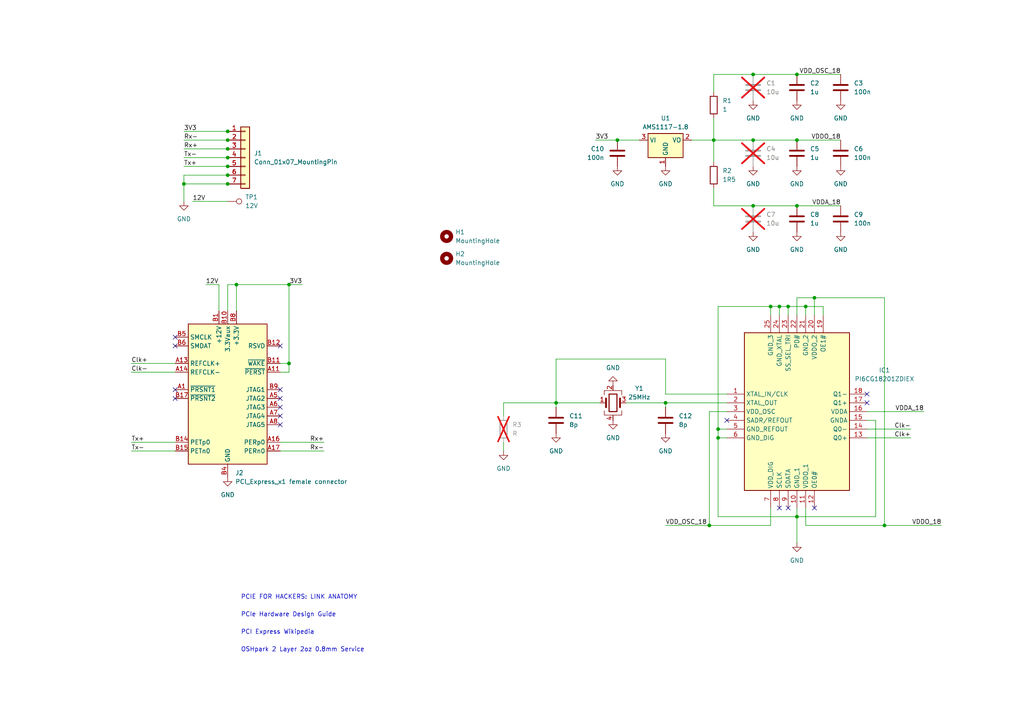
<source format=kicad_sch>
(kicad_sch (version 20230121) (generator eeschema)

  (uuid caca5eeb-7bba-48ff-a93c-a4170a90864d)

  (paper "A4")

  (lib_symbols
    (symbol "Connector:Bus_PCI_Express_x1" (in_bom yes) (on_board yes)
      (property "Reference" "J" (at -8.89 22.86 0)
        (effects (font (size 1.27 1.27)))
      )
      (property "Value" "Bus_PCI_Express_x1" (at 12.7 22.86 0)
        (effects (font (size 1.27 1.27)))
      )
      (property "Footprint" "Connector_PCBEdge:BUS_PCIexpress_x1" (at 0 -7.62 0)
        (effects (font (size 1.27 1.27)) hide)
      )
      (property "Datasheet" "http://www.ritrontek.com/uploadfile/2016/1026/20161026105231124.pdf#page=63" (at -6.35 -19.05 0)
        (effects (font (size 1.27 1.27)) hide)
      )
      (property "ki_keywords" "pcie" (at 0 0 0)
        (effects (font (size 1.27 1.27)) hide)
      )
      (property "ki_description" "PCI Express bus connector x1" (at 0 0 0)
        (effects (font (size 1.27 1.27)) hide)
      )
      (property "ki_fp_filters" "*PCIexpress*" (at 0 0 0)
        (effects (font (size 1.27 1.27)) hide)
      )
      (symbol "Bus_PCI_Express_x1_0_1"
        (rectangle (start -11.43 21.59) (end 11.43 -19.05)
          (stroke (width 0.254) (type default))
          (fill (type background))
        )
      )
      (symbol "Bus_PCI_Express_x1_1_1"
        (pin passive line (at -15.24 2.54 0) (length 3.81)
          (name "~{PRSNT1}" (effects (font (size 1.27 1.27))))
          (number "A1" (effects (font (size 1.27 1.27))))
        )
        (pin passive line (at 2.54 25.4 270) (length 3.81) hide
          (name "+3.3V" (effects (font (size 1.27 1.27))))
          (number "A10" (effects (font (size 1.27 1.27))))
        )
        (pin input line (at 15.24 7.62 180) (length 3.81)
          (name "~{PERST}" (effects (font (size 1.27 1.27))))
          (number "A11" (effects (font (size 1.27 1.27))))
        )
        (pin passive line (at 0 -22.86 90) (length 3.81) hide
          (name "GND" (effects (font (size 1.27 1.27))))
          (number "A12" (effects (font (size 1.27 1.27))))
        )
        (pin input line (at -15.24 10.16 0) (length 3.81)
          (name "REFCLK+" (effects (font (size 1.27 1.27))))
          (number "A13" (effects (font (size 1.27 1.27))))
        )
        (pin input line (at -15.24 7.62 0) (length 3.81)
          (name "REFCLK-" (effects (font (size 1.27 1.27))))
          (number "A14" (effects (font (size 1.27 1.27))))
        )
        (pin passive line (at 0 -22.86 90) (length 3.81) hide
          (name "GND" (effects (font (size 1.27 1.27))))
          (number "A15" (effects (font (size 1.27 1.27))))
        )
        (pin output line (at 15.24 -12.7 180) (length 3.81)
          (name "PERp0" (effects (font (size 1.27 1.27))))
          (number "A16" (effects (font (size 1.27 1.27))))
        )
        (pin output line (at 15.24 -15.24 180) (length 3.81)
          (name "PERn0" (effects (font (size 1.27 1.27))))
          (number "A17" (effects (font (size 1.27 1.27))))
        )
        (pin passive line (at 0 -22.86 90) (length 3.81) hide
          (name "GND" (effects (font (size 1.27 1.27))))
          (number "A18" (effects (font (size 1.27 1.27))))
        )
        (pin passive line (at -2.54 25.4 270) (length 3.81) hide
          (name "+12V" (effects (font (size 1.27 1.27))))
          (number "A2" (effects (font (size 1.27 1.27))))
        )
        (pin passive line (at -2.54 25.4 270) (length 3.81) hide
          (name "+12V" (effects (font (size 1.27 1.27))))
          (number "A3" (effects (font (size 1.27 1.27))))
        )
        (pin passive line (at 0 -22.86 90) (length 3.81) hide
          (name "GND" (effects (font (size 1.27 1.27))))
          (number "A4" (effects (font (size 1.27 1.27))))
        )
        (pin input line (at 15.24 0 180) (length 3.81)
          (name "JTAG2" (effects (font (size 1.27 1.27))))
          (number "A5" (effects (font (size 1.27 1.27))))
        )
        (pin input line (at 15.24 -2.54 180) (length 3.81)
          (name "JTAG3" (effects (font (size 1.27 1.27))))
          (number "A6" (effects (font (size 1.27 1.27))))
        )
        (pin output line (at 15.24 -5.08 180) (length 3.81)
          (name "JTAG4" (effects (font (size 1.27 1.27))))
          (number "A7" (effects (font (size 1.27 1.27))))
        )
        (pin input line (at 15.24 -7.62 180) (length 3.81)
          (name "JTAG5" (effects (font (size 1.27 1.27))))
          (number "A8" (effects (font (size 1.27 1.27))))
        )
        (pin passive line (at 2.54 25.4 270) (length 3.81) hide
          (name "+3.3V" (effects (font (size 1.27 1.27))))
          (number "A9" (effects (font (size 1.27 1.27))))
        )
        (pin power_in line (at -2.54 25.4 270) (length 3.81)
          (name "+12V" (effects (font (size 1.27 1.27))))
          (number "B1" (effects (font (size 1.27 1.27))))
        )
        (pin power_in line (at 0 25.4 270) (length 3.81)
          (name "3.3Vaux" (effects (font (size 1.27 1.27))))
          (number "B10" (effects (font (size 1.27 1.27))))
        )
        (pin open_collector line (at 15.24 10.16 180) (length 3.81)
          (name "~{WAKE}" (effects (font (size 1.27 1.27))))
          (number "B11" (effects (font (size 1.27 1.27))))
        )
        (pin passive line (at 15.24 15.24 180) (length 3.81)
          (name "RSVD" (effects (font (size 1.27 1.27))))
          (number "B12" (effects (font (size 1.27 1.27))))
        )
        (pin passive line (at 0 -22.86 90) (length 3.81) hide
          (name "GND" (effects (font (size 1.27 1.27))))
          (number "B13" (effects (font (size 1.27 1.27))))
        )
        (pin input line (at -15.24 -12.7 0) (length 3.81)
          (name "PETp0" (effects (font (size 1.27 1.27))))
          (number "B14" (effects (font (size 1.27 1.27))))
        )
        (pin input line (at -15.24 -15.24 0) (length 3.81)
          (name "PETn0" (effects (font (size 1.27 1.27))))
          (number "B15" (effects (font (size 1.27 1.27))))
        )
        (pin passive line (at 0 -22.86 90) (length 3.81) hide
          (name "GND" (effects (font (size 1.27 1.27))))
          (number "B16" (effects (font (size 1.27 1.27))))
        )
        (pin passive line (at -15.24 0 0) (length 3.81)
          (name "~{PRSNT2}" (effects (font (size 1.27 1.27))))
          (number "B17" (effects (font (size 1.27 1.27))))
        )
        (pin passive line (at 0 -22.86 90) (length 3.81) hide
          (name "GND" (effects (font (size 1.27 1.27))))
          (number "B18" (effects (font (size 1.27 1.27))))
        )
        (pin passive line (at -2.54 25.4 270) (length 3.81) hide
          (name "+12V" (effects (font (size 1.27 1.27))))
          (number "B2" (effects (font (size 1.27 1.27))))
        )
        (pin passive line (at -2.54 25.4 270) (length 3.81) hide
          (name "+12V" (effects (font (size 1.27 1.27))))
          (number "B3" (effects (font (size 1.27 1.27))))
        )
        (pin power_in line (at 0 -22.86 90) (length 3.81)
          (name "GND" (effects (font (size 1.27 1.27))))
          (number "B4" (effects (font (size 1.27 1.27))))
        )
        (pin input line (at -15.24 17.78 0) (length 3.81)
          (name "SMCLK" (effects (font (size 1.27 1.27))))
          (number "B5" (effects (font (size 1.27 1.27))))
        )
        (pin bidirectional line (at -15.24 15.24 0) (length 3.81)
          (name "SMDAT" (effects (font (size 1.27 1.27))))
          (number "B6" (effects (font (size 1.27 1.27))))
        )
        (pin passive line (at 0 -22.86 90) (length 3.81) hide
          (name "GND" (effects (font (size 1.27 1.27))))
          (number "B7" (effects (font (size 1.27 1.27))))
        )
        (pin power_in line (at 2.54 25.4 270) (length 3.81)
          (name "+3.3V" (effects (font (size 1.27 1.27))))
          (number "B8" (effects (font (size 1.27 1.27))))
        )
        (pin input line (at 15.24 2.54 180) (length 3.81)
          (name "JTAG1" (effects (font (size 1.27 1.27))))
          (number "B9" (effects (font (size 1.27 1.27))))
        )
      )
    )
    (symbol "Connector:TestPoint" (pin_numbers hide) (pin_names (offset 0.762) hide) (in_bom yes) (on_board yes)
      (property "Reference" "TP" (at 0 6.858 0)
        (effects (font (size 1.27 1.27)))
      )
      (property "Value" "TestPoint" (at 0 5.08 0)
        (effects (font (size 1.27 1.27)))
      )
      (property "Footprint" "" (at 5.08 0 0)
        (effects (font (size 1.27 1.27)) hide)
      )
      (property "Datasheet" "~" (at 5.08 0 0)
        (effects (font (size 1.27 1.27)) hide)
      )
      (property "ki_keywords" "test point tp" (at 0 0 0)
        (effects (font (size 1.27 1.27)) hide)
      )
      (property "ki_description" "test point" (at 0 0 0)
        (effects (font (size 1.27 1.27)) hide)
      )
      (property "ki_fp_filters" "Pin* Test*" (at 0 0 0)
        (effects (font (size 1.27 1.27)) hide)
      )
      (symbol "TestPoint_0_1"
        (circle (center 0 3.302) (radius 0.762)
          (stroke (width 0) (type default))
          (fill (type none))
        )
      )
      (symbol "TestPoint_1_1"
        (pin passive line (at 0 0 90) (length 2.54)
          (name "1" (effects (font (size 1.27 1.27))))
          (number "1" (effects (font (size 1.27 1.27))))
        )
      )
    )
    (symbol "Connector_Generic:Conn_01x07" (pin_names (offset 1.016) hide) (in_bom yes) (on_board yes)
      (property "Reference" "J" (at 0 10.16 0)
        (effects (font (size 1.27 1.27)))
      )
      (property "Value" "Conn_01x07" (at 0 -10.16 0)
        (effects (font (size 1.27 1.27)))
      )
      (property "Footprint" "" (at 0 0 0)
        (effects (font (size 1.27 1.27)) hide)
      )
      (property "Datasheet" "~" (at 0 0 0)
        (effects (font (size 1.27 1.27)) hide)
      )
      (property "ki_keywords" "connector" (at 0 0 0)
        (effects (font (size 1.27 1.27)) hide)
      )
      (property "ki_description" "Generic connector, single row, 01x07, script generated (kicad-library-utils/schlib/autogen/connector/)" (at 0 0 0)
        (effects (font (size 1.27 1.27)) hide)
      )
      (property "ki_fp_filters" "Connector*:*_1x??_*" (at 0 0 0)
        (effects (font (size 1.27 1.27)) hide)
      )
      (symbol "Conn_01x07_1_1"
        (rectangle (start -1.27 -7.493) (end 0 -7.747)
          (stroke (width 0.1524) (type default))
          (fill (type none))
        )
        (rectangle (start -1.27 -4.953) (end 0 -5.207)
          (stroke (width 0.1524) (type default))
          (fill (type none))
        )
        (rectangle (start -1.27 -2.413) (end 0 -2.667)
          (stroke (width 0.1524) (type default))
          (fill (type none))
        )
        (rectangle (start -1.27 0.127) (end 0 -0.127)
          (stroke (width 0.1524) (type default))
          (fill (type none))
        )
        (rectangle (start -1.27 2.667) (end 0 2.413)
          (stroke (width 0.1524) (type default))
          (fill (type none))
        )
        (rectangle (start -1.27 5.207) (end 0 4.953)
          (stroke (width 0.1524) (type default))
          (fill (type none))
        )
        (rectangle (start -1.27 7.747) (end 0 7.493)
          (stroke (width 0.1524) (type default))
          (fill (type none))
        )
        (rectangle (start -1.27 8.89) (end 1.27 -8.89)
          (stroke (width 0.254) (type default))
          (fill (type background))
        )
        (pin passive line (at -5.08 7.62 0) (length 3.81)
          (name "Pin_1" (effects (font (size 1.27 1.27))))
          (number "1" (effects (font (size 1.27 1.27))))
        )
        (pin passive line (at -5.08 5.08 0) (length 3.81)
          (name "Pin_2" (effects (font (size 1.27 1.27))))
          (number "2" (effects (font (size 1.27 1.27))))
        )
        (pin passive line (at -5.08 2.54 0) (length 3.81)
          (name "Pin_3" (effects (font (size 1.27 1.27))))
          (number "3" (effects (font (size 1.27 1.27))))
        )
        (pin passive line (at -5.08 0 0) (length 3.81)
          (name "Pin_4" (effects (font (size 1.27 1.27))))
          (number "4" (effects (font (size 1.27 1.27))))
        )
        (pin passive line (at -5.08 -2.54 0) (length 3.81)
          (name "Pin_5" (effects (font (size 1.27 1.27))))
          (number "5" (effects (font (size 1.27 1.27))))
        )
        (pin passive line (at -5.08 -5.08 0) (length 3.81)
          (name "Pin_6" (effects (font (size 1.27 1.27))))
          (number "6" (effects (font (size 1.27 1.27))))
        )
        (pin passive line (at -5.08 -7.62 0) (length 3.81)
          (name "Pin_7" (effects (font (size 1.27 1.27))))
          (number "7" (effects (font (size 1.27 1.27))))
        )
      )
    )
    (symbol "Device:C" (pin_numbers hide) (pin_names (offset 0.254)) (in_bom yes) (on_board yes)
      (property "Reference" "C" (at 0.635 2.54 0)
        (effects (font (size 1.27 1.27)) (justify left))
      )
      (property "Value" "C" (at 0.635 -2.54 0)
        (effects (font (size 1.27 1.27)) (justify left))
      )
      (property "Footprint" "" (at 0.9652 -3.81 0)
        (effects (font (size 1.27 1.27)) hide)
      )
      (property "Datasheet" "~" (at 0 0 0)
        (effects (font (size 1.27 1.27)) hide)
      )
      (property "ki_keywords" "cap capacitor" (at 0 0 0)
        (effects (font (size 1.27 1.27)) hide)
      )
      (property "ki_description" "Unpolarized capacitor" (at 0 0 0)
        (effects (font (size 1.27 1.27)) hide)
      )
      (property "ki_fp_filters" "C_*" (at 0 0 0)
        (effects (font (size 1.27 1.27)) hide)
      )
      (symbol "C_0_1"
        (polyline
          (pts
            (xy -2.032 -0.762)
            (xy 2.032 -0.762)
          )
          (stroke (width 0.508) (type default))
          (fill (type none))
        )
        (polyline
          (pts
            (xy -2.032 0.762)
            (xy 2.032 0.762)
          )
          (stroke (width 0.508) (type default))
          (fill (type none))
        )
      )
      (symbol "C_1_1"
        (pin passive line (at 0 3.81 270) (length 2.794)
          (name "~" (effects (font (size 1.27 1.27))))
          (number "1" (effects (font (size 1.27 1.27))))
        )
        (pin passive line (at 0 -3.81 90) (length 2.794)
          (name "~" (effects (font (size 1.27 1.27))))
          (number "2" (effects (font (size 1.27 1.27))))
        )
      )
    )
    (symbol "Device:Crystal_GND24" (pin_names (offset 1.016) hide) (in_bom yes) (on_board yes)
      (property "Reference" "Y" (at 3.175 5.08 0)
        (effects (font (size 1.27 1.27)) (justify left))
      )
      (property "Value" "Crystal_GND24" (at 3.175 3.175 0)
        (effects (font (size 1.27 1.27)) (justify left))
      )
      (property "Footprint" "" (at 0 0 0)
        (effects (font (size 1.27 1.27)) hide)
      )
      (property "Datasheet" "~" (at 0 0 0)
        (effects (font (size 1.27 1.27)) hide)
      )
      (property "ki_keywords" "quartz ceramic resonator oscillator" (at 0 0 0)
        (effects (font (size 1.27 1.27)) hide)
      )
      (property "ki_description" "Four pin crystal, GND on pins 2 and 4" (at 0 0 0)
        (effects (font (size 1.27 1.27)) hide)
      )
      (property "ki_fp_filters" "Crystal*" (at 0 0 0)
        (effects (font (size 1.27 1.27)) hide)
      )
      (symbol "Crystal_GND24_0_1"
        (rectangle (start -1.143 2.54) (end 1.143 -2.54)
          (stroke (width 0.3048) (type default))
          (fill (type none))
        )
        (polyline
          (pts
            (xy -2.54 0)
            (xy -2.032 0)
          )
          (stroke (width 0) (type default))
          (fill (type none))
        )
        (polyline
          (pts
            (xy -2.032 -1.27)
            (xy -2.032 1.27)
          )
          (stroke (width 0.508) (type default))
          (fill (type none))
        )
        (polyline
          (pts
            (xy 0 -3.81)
            (xy 0 -3.556)
          )
          (stroke (width 0) (type default))
          (fill (type none))
        )
        (polyline
          (pts
            (xy 0 3.556)
            (xy 0 3.81)
          )
          (stroke (width 0) (type default))
          (fill (type none))
        )
        (polyline
          (pts
            (xy 2.032 -1.27)
            (xy 2.032 1.27)
          )
          (stroke (width 0.508) (type default))
          (fill (type none))
        )
        (polyline
          (pts
            (xy 2.032 0)
            (xy 2.54 0)
          )
          (stroke (width 0) (type default))
          (fill (type none))
        )
        (polyline
          (pts
            (xy -2.54 -2.286)
            (xy -2.54 -3.556)
            (xy 2.54 -3.556)
            (xy 2.54 -2.286)
          )
          (stroke (width 0) (type default))
          (fill (type none))
        )
        (polyline
          (pts
            (xy -2.54 2.286)
            (xy -2.54 3.556)
            (xy 2.54 3.556)
            (xy 2.54 2.286)
          )
          (stroke (width 0) (type default))
          (fill (type none))
        )
      )
      (symbol "Crystal_GND24_1_1"
        (pin passive line (at -3.81 0 0) (length 1.27)
          (name "1" (effects (font (size 1.27 1.27))))
          (number "1" (effects (font (size 1.27 1.27))))
        )
        (pin passive line (at 0 5.08 270) (length 1.27)
          (name "2" (effects (font (size 1.27 1.27))))
          (number "2" (effects (font (size 1.27 1.27))))
        )
        (pin passive line (at 3.81 0 180) (length 1.27)
          (name "3" (effects (font (size 1.27 1.27))))
          (number "3" (effects (font (size 1.27 1.27))))
        )
        (pin passive line (at 0 -5.08 90) (length 1.27)
          (name "4" (effects (font (size 1.27 1.27))))
          (number "4" (effects (font (size 1.27 1.27))))
        )
      )
    )
    (symbol "Device:R" (pin_numbers hide) (pin_names (offset 0)) (in_bom yes) (on_board yes)
      (property "Reference" "R" (at 2.032 0 90)
        (effects (font (size 1.27 1.27)))
      )
      (property "Value" "R" (at 0 0 90)
        (effects (font (size 1.27 1.27)))
      )
      (property "Footprint" "" (at -1.778 0 90)
        (effects (font (size 1.27 1.27)) hide)
      )
      (property "Datasheet" "~" (at 0 0 0)
        (effects (font (size 1.27 1.27)) hide)
      )
      (property "ki_keywords" "R res resistor" (at 0 0 0)
        (effects (font (size 1.27 1.27)) hide)
      )
      (property "ki_description" "Resistor" (at 0 0 0)
        (effects (font (size 1.27 1.27)) hide)
      )
      (property "ki_fp_filters" "R_*" (at 0 0 0)
        (effects (font (size 1.27 1.27)) hide)
      )
      (symbol "R_0_1"
        (rectangle (start -1.016 -2.54) (end 1.016 2.54)
          (stroke (width 0.254) (type default))
          (fill (type none))
        )
      )
      (symbol "R_1_1"
        (pin passive line (at 0 3.81 270) (length 1.27)
          (name "~" (effects (font (size 1.27 1.27))))
          (number "1" (effects (font (size 1.27 1.27))))
        )
        (pin passive line (at 0 -3.81 90) (length 1.27)
          (name "~" (effects (font (size 1.27 1.27))))
          (number "2" (effects (font (size 1.27 1.27))))
        )
      )
    )
    (symbol "Mechanical:MountingHole" (pin_names (offset 1.016)) (in_bom yes) (on_board yes)
      (property "Reference" "H" (at 0 5.08 0)
        (effects (font (size 1.27 1.27)))
      )
      (property "Value" "MountingHole" (at 0 3.175 0)
        (effects (font (size 1.27 1.27)))
      )
      (property "Footprint" "" (at 0 0 0)
        (effects (font (size 1.27 1.27)) hide)
      )
      (property "Datasheet" "~" (at 0 0 0)
        (effects (font (size 1.27 1.27)) hide)
      )
      (property "ki_keywords" "mounting hole" (at 0 0 0)
        (effects (font (size 1.27 1.27)) hide)
      )
      (property "ki_description" "Mounting Hole without connection" (at 0 0 0)
        (effects (font (size 1.27 1.27)) hide)
      )
      (property "ki_fp_filters" "MountingHole*" (at 0 0 0)
        (effects (font (size 1.27 1.27)) hide)
      )
      (symbol "MountingHole_0_1"
        (circle (center 0 0) (radius 1.27)
          (stroke (width 1.27) (type default))
          (fill (type none))
        )
      )
    )
    (symbol "PI6CG18201ZDIEX:PI6CG18201ZDIEX" (in_bom yes) (on_board yes)
      (property "Reference" "IC" (at 36.83 22.86 0)
        (effects (font (size 1.27 1.27)) (justify left top))
      )
      (property "Value" "PI6CG18201ZDIEX" (at 36.83 20.32 0)
        (effects (font (size 1.27 1.27)) (justify left top))
      )
      (property "Footprint" "QFN50P400X400X90-25N" (at 36.83 -79.68 0)
        (effects (font (size 1.27 1.27)) (justify left top) hide)
      )
      (property "Datasheet" "https://componentsearchengine.com/Datasheets/1/PI6CG18201ZDIEX.pdf" (at 36.83 -179.68 0)
        (effects (font (size 1.27 1.27)) (justify left top) hide)
      )
      (property "Height" "0.9" (at 36.83 -379.68 0)
        (effects (font (size 1.27 1.27)) (justify left top) hide)
      )
      (property "Mouser Part Number" "729-PI6CG18201ZDIEX" (at 36.83 -479.68 0)
        (effects (font (size 1.27 1.27)) (justify left top) hide)
      )
      (property "Mouser Price/Stock" "https://www.mouser.com/Search/Refine.aspx?Keyword=729-PI6CG18201ZDIEX" (at 36.83 -579.68 0)
        (effects (font (size 1.27 1.27)) (justify left top) hide)
      )
      (property "Manufacturer_Name" "Diodes Incorporated" (at 36.83 -679.68 0)
        (effects (font (size 1.27 1.27)) (justify left top) hide)
      )
      (property "Manufacturer_Part_Number" "PI6CG18201ZDIEX" (at 36.83 -779.68 0)
        (effects (font (size 1.27 1.27)) (justify left top) hide)
      )
      (property "ki_description" "Clock Generators & Support Products Clock Generator V-QFN4040-24 T&R 3.5K" (at 0 0 0)
        (effects (font (size 1.27 1.27)) hide)
      )
      (symbol "PI6CG18201ZDIEX_1_1"
        (rectangle (start 5.08 17.78) (end 35.56 -27.94)
          (stroke (width 0.254) (type default))
          (fill (type background))
        )
        (pin passive line (at 0 0 0) (length 5.08)
          (name "XTAL_IN/CLK" (effects (font (size 1.27 1.27))))
          (number "1" (effects (font (size 1.27 1.27))))
        )
        (pin passive line (at 20.32 -33.02 90) (length 5.08)
          (name "GND_1" (effects (font (size 1.27 1.27))))
          (number "10" (effects (font (size 1.27 1.27))))
        )
        (pin passive line (at 22.86 -33.02 90) (length 5.08)
          (name "VDDO_1" (effects (font (size 1.27 1.27))))
          (number "11" (effects (font (size 1.27 1.27))))
        )
        (pin passive line (at 25.4 -33.02 90) (length 5.08)
          (name "OE0#" (effects (font (size 1.27 1.27))))
          (number "12" (effects (font (size 1.27 1.27))))
        )
        (pin passive line (at 40.64 -12.7 180) (length 5.08)
          (name "Q0+" (effects (font (size 1.27 1.27))))
          (number "13" (effects (font (size 1.27 1.27))))
        )
        (pin passive line (at 40.64 -10.16 180) (length 5.08)
          (name "Q0-" (effects (font (size 1.27 1.27))))
          (number "14" (effects (font (size 1.27 1.27))))
        )
        (pin passive line (at 40.64 -7.62 180) (length 5.08)
          (name "GNDA" (effects (font (size 1.27 1.27))))
          (number "15" (effects (font (size 1.27 1.27))))
        )
        (pin passive line (at 40.64 -5.08 180) (length 5.08)
          (name "VDDA" (effects (font (size 1.27 1.27))))
          (number "16" (effects (font (size 1.27 1.27))))
        )
        (pin passive line (at 40.64 -2.54 180) (length 5.08)
          (name "Q1+" (effects (font (size 1.27 1.27))))
          (number "17" (effects (font (size 1.27 1.27))))
        )
        (pin passive line (at 40.64 0 180) (length 5.08)
          (name "Q1-" (effects (font (size 1.27 1.27))))
          (number "18" (effects (font (size 1.27 1.27))))
        )
        (pin passive line (at 27.94 22.86 270) (length 5.08)
          (name "OE1#" (effects (font (size 1.27 1.27))))
          (number "19" (effects (font (size 1.27 1.27))))
        )
        (pin passive line (at 0 -2.54 0) (length 5.08)
          (name "XTAL_OUT" (effects (font (size 1.27 1.27))))
          (number "2" (effects (font (size 1.27 1.27))))
        )
        (pin passive line (at 25.4 22.86 270) (length 5.08)
          (name "VDDO_2" (effects (font (size 1.27 1.27))))
          (number "20" (effects (font (size 1.27 1.27))))
        )
        (pin passive line (at 22.86 22.86 270) (length 5.08)
          (name "GND_2" (effects (font (size 1.27 1.27))))
          (number "21" (effects (font (size 1.27 1.27))))
        )
        (pin passive line (at 20.32 22.86 270) (length 5.08)
          (name "PD#" (effects (font (size 1.27 1.27))))
          (number "22" (effects (font (size 1.27 1.27))))
        )
        (pin passive line (at 17.78 22.86 270) (length 5.08)
          (name "SS_SEL_TRI" (effects (font (size 1.27 1.27))))
          (number "23" (effects (font (size 1.27 1.27))))
        )
        (pin passive line (at 15.24 22.86 270) (length 5.08)
          (name "GND_XTAL" (effects (font (size 1.27 1.27))))
          (number "24" (effects (font (size 1.27 1.27))))
        )
        (pin passive line (at 12.7 22.86 270) (length 5.08)
          (name "GND_3" (effects (font (size 1.27 1.27))))
          (number "25" (effects (font (size 1.27 1.27))))
        )
        (pin passive line (at 0 -5.08 0) (length 5.08)
          (name "VDD_OSC" (effects (font (size 1.27 1.27))))
          (number "3" (effects (font (size 1.27 1.27))))
        )
        (pin passive line (at 0 -7.62 0) (length 5.08)
          (name "SADR/REFOUT" (effects (font (size 1.27 1.27))))
          (number "4" (effects (font (size 1.27 1.27))))
        )
        (pin passive line (at 0 -10.16 0) (length 5.08)
          (name "GND_REFOUT" (effects (font (size 1.27 1.27))))
          (number "5" (effects (font (size 1.27 1.27))))
        )
        (pin passive line (at 0 -12.7 0) (length 5.08)
          (name "GND_DIG" (effects (font (size 1.27 1.27))))
          (number "6" (effects (font (size 1.27 1.27))))
        )
        (pin passive line (at 12.7 -33.02 90) (length 5.08)
          (name "VDD_DIG" (effects (font (size 1.27 1.27))))
          (number "7" (effects (font (size 1.27 1.27))))
        )
        (pin passive line (at 15.24 -33.02 90) (length 5.08)
          (name "SCLK" (effects (font (size 1.27 1.27))))
          (number "8" (effects (font (size 1.27 1.27))))
        )
        (pin passive line (at 17.78 -33.02 90) (length 5.08)
          (name "SDATA" (effects (font (size 1.27 1.27))))
          (number "9" (effects (font (size 1.27 1.27))))
        )
      )
    )
    (symbol "Regulator_Linear:AMS1117-1.8" (in_bom yes) (on_board yes)
      (property "Reference" "U" (at -3.81 3.175 0)
        (effects (font (size 1.27 1.27)))
      )
      (property "Value" "AMS1117-1.8" (at 0 3.175 0)
        (effects (font (size 1.27 1.27)) (justify left))
      )
      (property "Footprint" "Package_TO_SOT_SMD:SOT-223-3_TabPin2" (at 0 5.08 0)
        (effects (font (size 1.27 1.27)) hide)
      )
      (property "Datasheet" "http://www.advanced-monolithic.com/pdf/ds1117.pdf" (at 2.54 -6.35 0)
        (effects (font (size 1.27 1.27)) hide)
      )
      (property "ki_keywords" "linear regulator ldo fixed positive" (at 0 0 0)
        (effects (font (size 1.27 1.27)) hide)
      )
      (property "ki_description" "1A Low Dropout regulator, positive, 1.8V fixed output, SOT-223" (at 0 0 0)
        (effects (font (size 1.27 1.27)) hide)
      )
      (property "ki_fp_filters" "SOT?223*TabPin2*" (at 0 0 0)
        (effects (font (size 1.27 1.27)) hide)
      )
      (symbol "AMS1117-1.8_0_1"
        (rectangle (start -5.08 -5.08) (end 5.08 1.905)
          (stroke (width 0.254) (type default))
          (fill (type background))
        )
      )
      (symbol "AMS1117-1.8_1_1"
        (pin power_in line (at 0 -7.62 90) (length 2.54)
          (name "GND" (effects (font (size 1.27 1.27))))
          (number "1" (effects (font (size 1.27 1.27))))
        )
        (pin power_out line (at 7.62 0 180) (length 2.54)
          (name "VO" (effects (font (size 1.27 1.27))))
          (number "2" (effects (font (size 1.27 1.27))))
        )
        (pin power_in line (at -7.62 0 0) (length 2.54)
          (name "VI" (effects (font (size 1.27 1.27))))
          (number "3" (effects (font (size 1.27 1.27))))
        )
      )
    )
    (symbol "power:GND" (power) (pin_names (offset 0)) (in_bom yes) (on_board yes)
      (property "Reference" "#PWR" (at 0 -6.35 0)
        (effects (font (size 1.27 1.27)) hide)
      )
      (property "Value" "GND" (at 0 -3.81 0)
        (effects (font (size 1.27 1.27)))
      )
      (property "Footprint" "" (at 0 0 0)
        (effects (font (size 1.27 1.27)) hide)
      )
      (property "Datasheet" "" (at 0 0 0)
        (effects (font (size 1.27 1.27)) hide)
      )
      (property "ki_keywords" "global power" (at 0 0 0)
        (effects (font (size 1.27 1.27)) hide)
      )
      (property "ki_description" "Power symbol creates a global label with name \"GND\" , ground" (at 0 0 0)
        (effects (font (size 1.27 1.27)) hide)
      )
      (symbol "GND_0_1"
        (polyline
          (pts
            (xy 0 0)
            (xy 0 -1.27)
            (xy 1.27 -1.27)
            (xy 0 -2.54)
            (xy -1.27 -1.27)
            (xy 0 -1.27)
          )
          (stroke (width 0) (type default))
          (fill (type none))
        )
      )
      (symbol "GND_1_1"
        (pin power_in line (at 0 0 270) (length 0) hide
          (name "GND" (effects (font (size 1.27 1.27))))
          (number "1" (effects (font (size 1.27 1.27))))
        )
      )
    )
  )

  (junction (at 68.58 82.55) (diameter 0) (color 0 0 0 0)
    (uuid 2dbfebcb-178c-4076-9017-f2c8911e9e95)
  )
  (junction (at 66.04 50.8) (diameter 0) (color 0 0 0 0)
    (uuid 53e92fc1-fc12-4cc3-b37d-ad4b15cede9b)
  )
  (junction (at 218.44 59.69) (diameter 0) (color 0 0 0 0)
    (uuid 543f7d26-fca6-42fe-a657-6e7161ed4aed)
  )
  (junction (at 231.14 59.69) (diameter 0) (color 0 0 0 0)
    (uuid 60f42e3c-887d-490c-8353-02c230e4be86)
  )
  (junction (at 207.01 40.64) (diameter 0) (color 0 0 0 0)
    (uuid 72b51b52-d6b4-47c0-8188-82c7987022fe)
  )
  (junction (at 236.22 86.36) (diameter 0) (color 0 0 0 0)
    (uuid 75127a7b-7a9c-4bf2-9c16-649dcf45fc57)
  )
  (junction (at 218.44 21.59) (diameter 0) (color 0 0 0 0)
    (uuid 7972a9fe-06d4-4990-bf62-f77a36740502)
  )
  (junction (at 226.06 88.9) (diameter 0) (color 0 0 0 0)
    (uuid 7b8e6c05-5ade-43a5-b7b7-1ce5d57089a1)
  )
  (junction (at 208.28 127) (diameter 0) (color 0 0 0 0)
    (uuid 82b51bb9-224a-47a4-b3b8-53119c03e82f)
  )
  (junction (at 233.68 88.9) (diameter 0) (color 0 0 0 0)
    (uuid 8c04f314-0cf3-48d1-ad30-dbf3e97d90a6)
  )
  (junction (at 66.04 45.72) (diameter 0) (color 0 0 0 0)
    (uuid 8c7d690e-3d7b-48b5-bbb0-96dd00098915)
  )
  (junction (at 231.14 40.64) (diameter 0) (color 0 0 0 0)
    (uuid 9b1e07f4-c164-40b2-a2dd-8ad511b91157)
  )
  (junction (at 66.04 38.1) (diameter 0) (color 0 0 0 0)
    (uuid 9fca4dd5-2c40-4d40-8894-3a7b8b1d66a3)
  )
  (junction (at 205.74 152.4) (diameter 0) (color 0 0 0 0)
    (uuid a20931f9-a5fe-45b0-86fc-0d26363bf89e)
  )
  (junction (at 231.14 149.86) (diameter 0) (color 0 0 0 0)
    (uuid a27b6c73-f81d-4f22-a47b-137d660a7e4c)
  )
  (junction (at 193.04 116.84) (diameter 0) (color 0 0 0 0)
    (uuid b1583f71-1b28-414e-b55e-ff5adf103275)
  )
  (junction (at 218.44 40.64) (diameter 0) (color 0 0 0 0)
    (uuid b42d0765-45b5-497c-ad1f-f7adc39a9042)
  )
  (junction (at 66.04 48.26) (diameter 0) (color 0 0 0 0)
    (uuid b7c20af8-e2b2-4105-8c46-837f34a31b46)
  )
  (junction (at 231.14 21.59) (diameter 0) (color 0 0 0 0)
    (uuid c38dddbd-fbdd-469d-b240-d28d713b5cb9)
  )
  (junction (at 208.28 124.46) (diameter 0) (color 0 0 0 0)
    (uuid c6b68ce2-184f-4475-8452-30a8bfa327a3)
  )
  (junction (at 83.82 105.41) (diameter 0) (color 0 0 0 0)
    (uuid d0f94d07-25b2-43f0-91e6-fb69a4f97884)
  )
  (junction (at 179.07 40.64) (diameter 0) (color 0 0 0 0)
    (uuid d118556b-c005-4370-a922-6d71159702bc)
  )
  (junction (at 66.04 40.64) (diameter 0) (color 0 0 0 0)
    (uuid dabe1939-0d53-4779-847d-7e306079ee1b)
  )
  (junction (at 256.54 152.4) (diameter 0) (color 0 0 0 0)
    (uuid dbb46f44-1a57-4da9-868e-b774cda6411f)
  )
  (junction (at 53.34 53.34) (diameter 0) (color 0 0 0 0)
    (uuid ddf49754-285d-4bca-9f1f-c7f2ce29a77d)
  )
  (junction (at 66.04 43.18) (diameter 0) (color 0 0 0 0)
    (uuid e94ba754-7a59-4005-897a-d3d05ad876af)
  )
  (junction (at 161.29 116.84) (diameter 0) (color 0 0 0 0)
    (uuid ee4cbca9-a085-4557-813c-ee5d03736105)
  )
  (junction (at 228.6 88.9) (diameter 0) (color 0 0 0 0)
    (uuid f0492456-24bb-4ce3-a625-9014b94d1037)
  )
  (junction (at 66.04 53.34) (diameter 0) (color 0 0 0 0)
    (uuid f15a01c5-6a4e-40dc-a275-6288a5e3413b)
  )
  (junction (at 83.82 82.55) (diameter 0) (color 0 0 0 0)
    (uuid fb5c2251-100f-43c5-9027-c7cfb0163b5e)
  )
  (junction (at 223.52 88.9) (diameter 0) (color 0 0 0 0)
    (uuid fc6728b6-ab30-40d9-8ba2-26b6b4b1583c)
  )

  (no_connect (at 226.06 147.32) (uuid 0818c841-7265-470f-aeaf-db358716cdb5))
  (no_connect (at 236.22 147.32) (uuid 12b0a0cf-91e1-4603-9f9a-c04002d9251c))
  (no_connect (at 50.8 97.79) (uuid 53990eba-9545-4ccc-b493-8932c985bd5c))
  (no_connect (at 81.28 113.03) (uuid 57ecc34b-2019-41f2-9e76-c8af915faf44))
  (no_connect (at 81.28 118.11) (uuid 5b44110e-08f6-479d-bc05-b1111959bea2))
  (no_connect (at 50.8 115.57) (uuid 5fb3b458-419a-478b-b881-9cc8e90cf979))
  (no_connect (at 81.28 115.57) (uuid 67d39f65-7f92-4994-bb9e-855b990ce871))
  (no_connect (at 50.8 113.03) (uuid 6f6bb454-f667-49ab-84dc-c4115ea7ea4a))
  (no_connect (at 210.82 121.92) (uuid 86ba0e77-f5ed-4043-b4f1-03e0375e210d))
  (no_connect (at 50.8 100.33) (uuid 9d59e3b4-1809-4e40-91a8-1e95762869e4))
  (no_connect (at 251.46 114.3) (uuid 9e3a66f8-7edc-4514-92f6-64ef8c242d2d))
  (no_connect (at 251.46 116.84) (uuid b2ec1a99-4afb-4d4b-a1d9-6f08d2830b72))
  (no_connect (at 81.28 123.19) (uuid b639237b-f3d1-4d16-9a61-04b6a66056fe))
  (no_connect (at 81.28 120.65) (uuid bf055b99-62f3-4296-9921-396f0ed6d611))
  (no_connect (at 81.28 100.33) (uuid c918a11b-023b-40ae-a2fd-30b05e631180))
  (no_connect (at 228.6 147.32) (uuid ca4275ee-8bdf-4d92-a009-3a6c4d769000))

  (wire (pts (xy 231.14 149.86) (xy 208.28 149.86))
    (stroke (width 0) (type default))
    (uuid 00316e07-e5a0-4a1d-9f5f-28fcf6af8f61)
  )
  (wire (pts (xy 210.82 114.3) (xy 193.04 114.3))
    (stroke (width 0) (type default))
    (uuid 043bd7f6-139c-4227-b934-67f91af077d3)
  )
  (wire (pts (xy 193.04 116.84) (xy 193.04 118.11))
    (stroke (width 0) (type default))
    (uuid 0a3febf2-a2d1-4561-8b80-3d48e0520907)
  )
  (wire (pts (xy 231.14 149.86) (xy 231.14 147.32))
    (stroke (width 0) (type default))
    (uuid 0b55f79f-3d1c-407e-a80d-8056b1e0453f)
  )
  (wire (pts (xy 218.44 59.69) (xy 231.14 59.69))
    (stroke (width 0) (type default))
    (uuid 0e85c8f4-6376-4f7b-b79a-a1d518607814)
  )
  (wire (pts (xy 81.28 105.41) (xy 83.82 105.41))
    (stroke (width 0) (type default))
    (uuid 1486aed5-7581-48b2-825a-48c3b268a0ec)
  )
  (wire (pts (xy 53.34 53.34) (xy 66.04 53.34))
    (stroke (width 0) (type default))
    (uuid 1a2cfd05-1dc9-4c1b-838c-33a2708d0138)
  )
  (wire (pts (xy 233.68 147.32) (xy 233.68 152.4))
    (stroke (width 0) (type default))
    (uuid 1f4de7cb-aaa4-43c0-b0b3-3e1140000a62)
  )
  (wire (pts (xy 172.72 40.64) (xy 179.07 40.64))
    (stroke (width 0) (type default))
    (uuid 1fde8216-0494-4dd0-9d85-822f0e299367)
  )
  (wire (pts (xy 38.1 107.95) (xy 50.8 107.95))
    (stroke (width 0) (type default))
    (uuid 25cefb2a-8bd2-4111-a143-7da8b12ee032)
  )
  (wire (pts (xy 218.44 59.69) (xy 207.01 59.69))
    (stroke (width 0) (type default))
    (uuid 25f5efef-9e6c-4715-89f9-70a6c80772bd)
  )
  (wire (pts (xy 251.46 124.46) (xy 264.16 124.46))
    (stroke (width 0) (type default))
    (uuid 26b40bde-0e86-4be1-981c-51d24d76ad30)
  )
  (wire (pts (xy 146.05 116.84) (xy 146.05 120.65))
    (stroke (width 0) (type default))
    (uuid 28857ca1-7a42-4ef1-b6ea-dde69a6b4dcc)
  )
  (wire (pts (xy 53.34 38.1) (xy 66.04 38.1))
    (stroke (width 0) (type default))
    (uuid 2927535d-e1e0-4354-b6aa-d4d638e871ee)
  )
  (wire (pts (xy 207.01 21.59) (xy 207.01 26.67))
    (stroke (width 0) (type default))
    (uuid 29883c3c-6905-42ce-86ba-f13cfd6b2936)
  )
  (wire (pts (xy 63.5 90.17) (xy 63.5 82.55))
    (stroke (width 0) (type default))
    (uuid 2a5d60b8-dbfc-490b-bbbb-5e21b7d71df5)
  )
  (wire (pts (xy 161.29 104.14) (xy 161.29 116.84))
    (stroke (width 0) (type default))
    (uuid 2d8fdf90-ff4a-422e-9878-f3e8a76db8ee)
  )
  (wire (pts (xy 233.68 91.44) (xy 233.68 88.9))
    (stroke (width 0) (type default))
    (uuid 2e8c3e31-9964-45a5-9f9a-3ee676ff49db)
  )
  (wire (pts (xy 200.66 40.64) (xy 207.01 40.64))
    (stroke (width 0) (type default))
    (uuid 2f34a4e1-f829-4b3c-986d-f0efb65b8734)
  )
  (wire (pts (xy 236.22 86.36) (xy 236.22 91.44))
    (stroke (width 0) (type default))
    (uuid 31083998-8794-47f5-9dd8-da54e79b3da8)
  )
  (wire (pts (xy 254 121.92) (xy 254 149.86))
    (stroke (width 0) (type default))
    (uuid 314b6af4-b2d0-44d4-939a-ead590904b85)
  )
  (wire (pts (xy 231.14 21.59) (xy 243.84 21.59))
    (stroke (width 0) (type default))
    (uuid 34cc26d1-2ed8-46d3-af38-730af2076e5e)
  )
  (wire (pts (xy 218.44 21.59) (xy 231.14 21.59))
    (stroke (width 0) (type default))
    (uuid 3568cd41-18f2-4d4d-9bc5-1d01612abed3)
  )
  (wire (pts (xy 53.34 40.64) (xy 66.04 40.64))
    (stroke (width 0) (type default))
    (uuid 3b3f1289-ad22-4291-92af-a72aeacdd3da)
  )
  (wire (pts (xy 81.28 130.81) (xy 93.98 130.81))
    (stroke (width 0) (type default))
    (uuid 3fff3c92-6973-434a-86e8-342aeb3a9e91)
  )
  (wire (pts (xy 53.34 50.8) (xy 53.34 53.34))
    (stroke (width 0) (type default))
    (uuid 424d901f-8369-442a-920c-dbf772dba692)
  )
  (wire (pts (xy 228.6 88.9) (xy 228.6 91.44))
    (stroke (width 0) (type default))
    (uuid 4314524d-0604-42b2-b48d-8c6c91f8e267)
  )
  (wire (pts (xy 207.01 54.61) (xy 207.01 59.69))
    (stroke (width 0) (type default))
    (uuid 452e6732-1a21-4f65-989d-3a82afd3b93a)
  )
  (wire (pts (xy 256.54 152.4) (xy 256.54 86.36))
    (stroke (width 0) (type default))
    (uuid 514965f5-b053-4e88-9816-29d8adfb8da2)
  )
  (wire (pts (xy 207.01 34.29) (xy 207.01 40.64))
    (stroke (width 0) (type default))
    (uuid 5aa4bd4f-9285-4b96-94ae-cae833eacb01)
  )
  (wire (pts (xy 207.01 40.64) (xy 218.44 40.64))
    (stroke (width 0) (type default))
    (uuid 5c7ad87d-0269-44c6-ae65-c5ef98e017a8)
  )
  (wire (pts (xy 208.28 149.86) (xy 208.28 127))
    (stroke (width 0) (type default))
    (uuid 61b6a510-cdc4-441d-91e6-b49108983ec1)
  )
  (wire (pts (xy 193.04 152.4) (xy 205.74 152.4))
    (stroke (width 0) (type default))
    (uuid 62ba38d6-c538-436f-8511-ebaea2d183ff)
  )
  (wire (pts (xy 38.1 105.41) (xy 50.8 105.41))
    (stroke (width 0) (type default))
    (uuid 63be80b3-7158-4b4b-8a8b-c28f409c4ff8)
  )
  (wire (pts (xy 38.1 130.81) (xy 50.8 130.81))
    (stroke (width 0) (type default))
    (uuid 66d6a48b-07ee-4122-a6e0-5f9bc5bea54e)
  )
  (wire (pts (xy 210.82 119.38) (xy 205.74 119.38))
    (stroke (width 0) (type default))
    (uuid 66d6dba6-dd45-4336-a82d-2545f0f2f340)
  )
  (wire (pts (xy 53.34 50.8) (xy 66.04 50.8))
    (stroke (width 0) (type default))
    (uuid 69fd340a-b0d2-4344-b5e0-07ca8294c1aa)
  )
  (wire (pts (xy 233.68 88.9) (xy 228.6 88.9))
    (stroke (width 0) (type default))
    (uuid 7006c5b7-3228-4d38-a2e9-f077f9b41d9b)
  )
  (wire (pts (xy 83.82 82.55) (xy 68.58 82.55))
    (stroke (width 0) (type default))
    (uuid 70cb2946-bf18-45ba-9d17-392160038252)
  )
  (wire (pts (xy 233.68 152.4) (xy 256.54 152.4))
    (stroke (width 0) (type default))
    (uuid 7108fbf8-f5d4-4934-b49d-d8f4234b9e74)
  )
  (wire (pts (xy 223.52 91.44) (xy 223.52 88.9))
    (stroke (width 0) (type default))
    (uuid 72546d01-a90a-4b62-8451-d53bdaed6d24)
  )
  (wire (pts (xy 223.52 88.9) (xy 208.28 88.9))
    (stroke (width 0) (type default))
    (uuid 73d2124f-e3b4-4af6-a7ce-db108f8716a4)
  )
  (wire (pts (xy 238.76 91.44) (xy 238.76 88.9))
    (stroke (width 0) (type default))
    (uuid 76c8d004-9820-45c3-93e5-56772261200a)
  )
  (wire (pts (xy 231.14 86.36) (xy 231.14 91.44))
    (stroke (width 0) (type default))
    (uuid 794e558a-77d8-4390-a121-06c6aa2ef23a)
  )
  (wire (pts (xy 81.28 107.95) (xy 83.82 107.95))
    (stroke (width 0) (type default))
    (uuid 7d0a7cea-8a6f-4f53-885c-99d988f5ec69)
  )
  (wire (pts (xy 53.34 45.72) (xy 66.04 45.72))
    (stroke (width 0) (type default))
    (uuid 7d500ce5-8eee-4951-8fa2-1dc7f5fde9ae)
  )
  (wire (pts (xy 68.58 82.55) (xy 68.58 90.17))
    (stroke (width 0) (type default))
    (uuid 80b21873-7927-4546-a57b-19019d60458d)
  )
  (wire (pts (xy 228.6 88.9) (xy 226.06 88.9))
    (stroke (width 0) (type default))
    (uuid 84b36d61-90aa-4bf5-a9ed-1cf8b43c9299)
  )
  (wire (pts (xy 208.28 124.46) (xy 208.28 127))
    (stroke (width 0) (type default))
    (uuid 8739d68b-eae9-44d6-8599-fd7fc3d4a000)
  )
  (wire (pts (xy 53.34 53.34) (xy 53.34 58.42))
    (stroke (width 0) (type default))
    (uuid 926ce2b6-c59c-4a73-a81f-148e7b6c8d14)
  )
  (wire (pts (xy 236.22 86.36) (xy 256.54 86.36))
    (stroke (width 0) (type default))
    (uuid 96a7dc0f-1522-480e-a787-26067d0d60db)
  )
  (wire (pts (xy 173.99 116.84) (xy 161.29 116.84))
    (stroke (width 0) (type default))
    (uuid 98742549-ab76-452a-a6b3-39ff0f78590e)
  )
  (wire (pts (xy 208.28 127) (xy 210.82 127))
    (stroke (width 0) (type default))
    (uuid 9b3acfd3-1e50-4de3-8f42-8b9b6b0de9f3)
  )
  (wire (pts (xy 83.82 105.41) (xy 83.82 82.55))
    (stroke (width 0) (type default))
    (uuid 9eaed055-8af4-4f31-9db3-cc5286ec2a70)
  )
  (wire (pts (xy 251.46 119.38) (xy 267.97 119.38))
    (stroke (width 0) (type default))
    (uuid 9ec8754c-2a9b-4875-9980-3899593289bf)
  )
  (wire (pts (xy 226.06 88.9) (xy 226.06 91.44))
    (stroke (width 0) (type default))
    (uuid 9f928e5f-e26a-4b15-b7ae-a39761ddb8e1)
  )
  (wire (pts (xy 218.44 40.64) (xy 231.14 40.64))
    (stroke (width 0) (type default))
    (uuid a17d9216-65ab-4983-b1f4-81f5b2a91621)
  )
  (wire (pts (xy 38.1 128.27) (xy 50.8 128.27))
    (stroke (width 0) (type default))
    (uuid a55df940-0632-4e7a-bd41-f61e92bb223e)
  )
  (wire (pts (xy 87.63 82.55) (xy 83.82 82.55))
    (stroke (width 0) (type default))
    (uuid a5f6c137-6134-4927-a597-c0527bd9d901)
  )
  (wire (pts (xy 231.14 40.64) (xy 243.84 40.64))
    (stroke (width 0) (type default))
    (uuid a6d101ad-c800-451d-8227-48655dea464b)
  )
  (wire (pts (xy 59.69 82.55) (xy 63.5 82.55))
    (stroke (width 0) (type default))
    (uuid aca426e9-e0ef-4403-a740-de5874a9eb31)
  )
  (wire (pts (xy 226.06 88.9) (xy 223.52 88.9))
    (stroke (width 0) (type default))
    (uuid ae0f4ed3-4cdc-46ce-b863-006ffe30495b)
  )
  (wire (pts (xy 256.54 152.4) (xy 273.05 152.4))
    (stroke (width 0) (type default))
    (uuid b09f7a53-3afd-4276-9ca8-e7ab9f393eaa)
  )
  (wire (pts (xy 207.01 40.64) (xy 207.01 46.99))
    (stroke (width 0) (type default))
    (uuid b1711c0c-f34f-48f6-9163-49380e8018a8)
  )
  (wire (pts (xy 231.14 59.69) (xy 243.84 59.69))
    (stroke (width 0) (type default))
    (uuid b57481a0-29fa-4aa9-9c90-bd9fff770659)
  )
  (wire (pts (xy 223.52 152.4) (xy 223.52 147.32))
    (stroke (width 0) (type default))
    (uuid b6f12825-588b-43c1-9dc4-07719ffd6c48)
  )
  (wire (pts (xy 251.46 121.92) (xy 254 121.92))
    (stroke (width 0) (type default))
    (uuid bde48b7b-32fd-40cf-9df5-5af6ce2a83dd)
  )
  (wire (pts (xy 231.14 86.36) (xy 236.22 86.36))
    (stroke (width 0) (type default))
    (uuid c2bb7b4a-cdf9-491c-acaa-8d43da0b18f9)
  )
  (wire (pts (xy 83.82 107.95) (xy 83.82 105.41))
    (stroke (width 0) (type default))
    (uuid c5ca18ca-d104-4fc6-8927-6e16156b72a6)
  )
  (wire (pts (xy 53.34 48.26) (xy 66.04 48.26))
    (stroke (width 0) (type default))
    (uuid cbf54240-3a8c-4368-b4f9-698f9e74c078)
  )
  (wire (pts (xy 146.05 128.27) (xy 146.05 130.81))
    (stroke (width 0) (type default))
    (uuid cfa05696-e1f3-4fe4-9ac3-0c222ef8917a)
  )
  (wire (pts (xy 181.61 116.84) (xy 193.04 116.84))
    (stroke (width 0) (type default))
    (uuid cfb17f04-6a61-4763-9664-7882e5833bf4)
  )
  (wire (pts (xy 81.28 128.27) (xy 93.98 128.27))
    (stroke (width 0) (type default))
    (uuid d06772f1-17ff-4119-8197-0f6ff2d3762f)
  )
  (wire (pts (xy 254 149.86) (xy 231.14 149.86))
    (stroke (width 0) (type default))
    (uuid d3cba9b5-b077-4fa4-b830-80b96fc4a5ea)
  )
  (wire (pts (xy 208.28 88.9) (xy 208.28 124.46))
    (stroke (width 0) (type default))
    (uuid d5db5111-bfdb-4091-8cc4-5615806f2538)
  )
  (wire (pts (xy 251.46 127) (xy 264.16 127))
    (stroke (width 0) (type default))
    (uuid d6c62747-e6a9-4d67-af61-262224aa07d6)
  )
  (wire (pts (xy 66.04 82.55) (xy 66.04 90.17))
    (stroke (width 0) (type default))
    (uuid d6f8fccb-6f30-4b6e-9d39-2a3dc65ecbd4)
  )
  (wire (pts (xy 193.04 104.14) (xy 161.29 104.14))
    (stroke (width 0) (type default))
    (uuid db9dcafc-1da8-4fe5-a2a1-d9151d23385e)
  )
  (wire (pts (xy 161.29 116.84) (xy 161.29 118.11))
    (stroke (width 0) (type default))
    (uuid dc91cd04-744c-4dba-86b4-86ac4c12d18e)
  )
  (wire (pts (xy 218.44 21.59) (xy 207.01 21.59))
    (stroke (width 0) (type default))
    (uuid e230142d-93a4-4573-af07-1178e71fde12)
  )
  (wire (pts (xy 193.04 104.14) (xy 193.04 114.3))
    (stroke (width 0) (type default))
    (uuid e6899745-067a-4f12-b2e3-cdda7e1c15c4)
  )
  (wire (pts (xy 238.76 88.9) (xy 233.68 88.9))
    (stroke (width 0) (type default))
    (uuid e6b75186-2d3f-42c8-86c7-f1820f279c70)
  )
  (wire (pts (xy 179.07 40.64) (xy 185.42 40.64))
    (stroke (width 0) (type default))
    (uuid e74bf5b5-0c70-4673-ad40-1dcb44b8061f)
  )
  (wire (pts (xy 66.04 82.55) (xy 68.58 82.55))
    (stroke (width 0) (type default))
    (uuid e788081f-8df3-47e4-8f4b-fc392e84fd7e)
  )
  (wire (pts (xy 205.74 119.38) (xy 205.74 152.4))
    (stroke (width 0) (type default))
    (uuid e9278f18-2c55-4514-9da5-aa5d695dbd0e)
  )
  (wire (pts (xy 205.74 152.4) (xy 223.52 152.4))
    (stroke (width 0) (type default))
    (uuid ea92b328-9923-4fb5-9e7b-b15364e6870d)
  )
  (wire (pts (xy 53.34 43.18) (xy 66.04 43.18))
    (stroke (width 0) (type default))
    (uuid f1cedfef-a752-4e59-98c8-3445f5dcc7a7)
  )
  (wire (pts (xy 231.14 149.86) (xy 231.14 157.48))
    (stroke (width 0) (type default))
    (uuid f29c00e9-0bcf-454f-8f88-d7336cfee8f1)
  )
  (wire (pts (xy 55.88 58.42) (xy 66.04 58.42))
    (stroke (width 0) (type default))
    (uuid f56f960c-cfb9-4f71-a180-ce4490e3c0f4)
  )
  (wire (pts (xy 210.82 116.84) (xy 193.04 116.84))
    (stroke (width 0) (type default))
    (uuid f7926bc7-cb29-490d-a280-4fac1f0600af)
  )
  (wire (pts (xy 161.29 116.84) (xy 146.05 116.84))
    (stroke (width 0) (type default))
    (uuid f811bba6-67a2-43fd-b2cd-6e3d02d48847)
  )
  (wire (pts (xy 210.82 124.46) (xy 208.28 124.46))
    (stroke (width 0) (type default))
    (uuid fe662a41-0732-4ec6-a0c8-3478e8ceeabd)
  )

  (text "PCIE FOR HACKERS: LINK ANATOMY" (at 69.85 173.99 0)
    (effects (font (size 1.27 1.27)) (justify left bottom) (href "https://hackaday.com/2023/03/23/pcie-for-hackers-link-anatomy/"))
    (uuid 294e4243-2d03-424e-a22e-77002caf3a75)
  )
  (text "PCI Express Wikipedia" (at 69.85 184.15 0)
    (effects (font (size 1.27 1.27)) (justify left bottom) (href "https://en.wikipedia.org/wiki/PCI_Express"))
    (uuid 3870f412-fe64-40cf-aadf-a132e6d2fb0f)
  )
  (text "PCIe Hardware Design Guide" (at 69.85 179.07 0)
    (effects (font (size 1.27 1.27)) (justify left bottom) (href "https://blog.mbedded.ninja/electronics/communication-protocols/pci-express-pcie/pcie-hardware-design-guide/"))
    (uuid b92a3ab4-d201-4f54-ab22-b4eaab172125)
  )
  (text "OSHpark 2 Layer 2oz 0.8mm Service" (at 69.85 189.23 0)
    (effects (font (size 1.27 1.27)) (justify left bottom) (href "https://docs.oshpark.com/services/two-layer-hhdc/"))
    (uuid ea4d31fa-7345-4b3a-b502-812b7383c1e4)
  )

  (label "12V" (at 59.69 82.55 0) (fields_autoplaced)
    (effects (font (size 1.27 1.27)) (justify left bottom))
    (uuid 0ccef9c8-d305-48cc-86d3-4fca9f6feeee)
  )
  (label "VDDO_18" (at 243.84 40.64 180) (fields_autoplaced)
    (effects (font (size 1.27 1.27)) (justify right bottom))
    (uuid 2793bb0a-1b30-455c-b1aa-9c0e7be58df5)
  )
  (label "Rx-" (at 53.34 40.64 0) (fields_autoplaced)
    (effects (font (size 1.27 1.27)) (justify left bottom))
    (uuid 333ebde5-85c8-45e8-98dc-ada21b84e92e)
  )
  (label "Tx+" (at 53.34 48.26 0) (fields_autoplaced)
    (effects (font (size 1.27 1.27)) (justify left bottom))
    (uuid 34c83a22-a474-4b0d-9dc1-82e3ff47c074)
  )
  (label "Clk+" (at 38.1 105.41 0) (fields_autoplaced)
    (effects (font (size 1.27 1.27)) (justify left bottom))
    (uuid 436ae324-3fb9-4154-b39b-a400afee45b4)
  )
  (label "3V3" (at 53.34 38.1 0) (fields_autoplaced)
    (effects (font (size 1.27 1.27)) (justify left bottom))
    (uuid 6c6d60bf-155e-4807-a552-2140031b3bbe)
  )
  (label "Tx-" (at 53.34 45.72 0) (fields_autoplaced)
    (effects (font (size 1.27 1.27)) (justify left bottom))
    (uuid 7d8c89fd-cc8c-4df8-a352-f05cbf36e4ba)
  )
  (label "Rx-" (at 93.98 130.81 180) (fields_autoplaced)
    (effects (font (size 1.27 1.27)) (justify right bottom))
    (uuid 84257c34-7213-4a48-83f2-e9b34b5beacb)
  )
  (label "12V" (at 55.88 58.42 0) (fields_autoplaced)
    (effects (font (size 1.27 1.27)) (justify left bottom))
    (uuid 8ef294fd-eea3-46fe-912b-c6acf6610650)
  )
  (label "VDDA_18" (at 267.97 119.38 180) (fields_autoplaced)
    (effects (font (size 1.27 1.27)) (justify right bottom))
    (uuid 930b20ba-c93b-4478-9e45-a652d6193ca8)
  )
  (label "Tx-" (at 38.1 130.81 0) (fields_autoplaced)
    (effects (font (size 1.27 1.27)) (justify left bottom))
    (uuid ad3e07d2-41e4-44f9-9d41-3e30cbf26105)
  )
  (label "Rx+" (at 93.98 128.27 180) (fields_autoplaced)
    (effects (font (size 1.27 1.27)) (justify right bottom))
    (uuid b052d023-986b-4415-a60f-b5c40b731014)
  )
  (label "3V3" (at 87.63 82.55 180) (fields_autoplaced)
    (effects (font (size 1.27 1.27)) (justify right bottom))
    (uuid b4868e79-fd88-4c4c-a1c1-1ae31f21edaa)
  )
  (label "VDD_OSC_18" (at 243.84 21.59 180) (fields_autoplaced)
    (effects (font (size 1.27 1.27)) (justify right bottom))
    (uuid bc85a7f2-6e3d-4b37-8eec-4406b71b449d)
  )
  (label "VDD_OSC_18" (at 193.04 152.4 0) (fields_autoplaced)
    (effects (font (size 1.27 1.27)) (justify left bottom))
    (uuid c0d1dcc0-b7cb-4e38-b919-c2429a439d5b)
  )
  (label "VDDA_18" (at 243.84 59.69 180) (fields_autoplaced)
    (effects (font (size 1.27 1.27)) (justify right bottom))
    (uuid c272b4d0-651d-4bdf-a884-cc5c43c49c3d)
  )
  (label "Clk-" (at 38.1 107.95 0) (fields_autoplaced)
    (effects (font (size 1.27 1.27)) (justify left bottom))
    (uuid c32d2b19-8171-4d7b-bd8e-c8cf8eb21a3f)
  )
  (label "3V3" (at 172.72 40.64 0) (fields_autoplaced)
    (effects (font (size 1.27 1.27)) (justify left bottom))
    (uuid c67738ef-826b-4326-bd5d-ef600c0b963f)
  )
  (label "Tx+" (at 38.1 128.27 0) (fields_autoplaced)
    (effects (font (size 1.27 1.27)) (justify left bottom))
    (uuid d63a1bee-c4b0-450e-89bf-bed0b16c8258)
  )
  (label "Rx+" (at 53.34 43.18 0) (fields_autoplaced)
    (effects (font (size 1.27 1.27)) (justify left bottom))
    (uuid db4f1e3a-b32c-4175-a8bd-d77e991c2025)
  )
  (label "Clk-" (at 264.16 124.46 180) (fields_autoplaced)
    (effects (font (size 1.27 1.27)) (justify right bottom))
    (uuid e0a7d78e-8d54-476f-9b3a-300950721736)
  )
  (label "VDDO_18" (at 273.05 152.4 180) (fields_autoplaced)
    (effects (font (size 1.27 1.27)) (justify right bottom))
    (uuid e868e0b5-107e-4064-bdab-e30208e8ef92)
  )
  (label "Clk+" (at 264.16 127 180) (fields_autoplaced)
    (effects (font (size 1.27 1.27)) (justify right bottom))
    (uuid f7cd308e-efc5-4a38-b536-5b11e26f8d27)
  )

  (symbol (lib_id "power:GND") (at 231.14 48.26 0) (unit 1)
    (in_bom yes) (on_board yes) (dnp no) (fields_autoplaced)
    (uuid 02a65d66-9f5e-45ca-8ca9-607c71b7c9ea)
    (property "Reference" "#PWR06" (at 231.14 54.61 0)
      (effects (font (size 1.27 1.27)) hide)
    )
    (property "Value" "GND" (at 231.14 53.34 0)
      (effects (font (size 1.27 1.27)))
    )
    (property "Footprint" "" (at 231.14 48.26 0)
      (effects (font (size 1.27 1.27)) hide)
    )
    (property "Datasheet" "" (at 231.14 48.26 0)
      (effects (font (size 1.27 1.27)) hide)
    )
    (pin "1" (uuid 90be3587-932b-4fb5-ab30-414428bc6bf3))
    (instances
      (project "Interface"
        (path "/caca5eeb-7bba-48ff-a93c-a4170a90864d"
          (reference "#PWR06") (unit 1)
        )
      )
    )
  )

  (symbol (lib_id "Regulator_Linear:AMS1117-1.8") (at 193.04 40.64 0) (unit 1)
    (in_bom yes) (on_board yes) (dnp no) (fields_autoplaced)
    (uuid 15ba28dd-191b-44aa-bdbe-e6786f354b4d)
    (property "Reference" "U1" (at 193.04 34.29 0)
      (effects (font (size 1.27 1.27)))
    )
    (property "Value" "AMS1117-1.8" (at 193.04 36.83 0)
      (effects (font (size 1.27 1.27)))
    )
    (property "Footprint" "Package_TO_SOT_SMD:SOT-223-3_TabPin2" (at 193.04 35.56 0)
      (effects (font (size 1.27 1.27)) hide)
    )
    (property "Datasheet" "http://www.advanced-monolithic.com/pdf/ds1117.pdf" (at 195.58 46.99 0)
      (effects (font (size 1.27 1.27)) hide)
    )
    (pin "1" (uuid c3ad8995-7764-4174-8bba-8084a395befa))
    (pin "2" (uuid 094861fc-701c-455c-9592-bb7071204d26))
    (pin "3" (uuid c0b2d635-6feb-433e-a782-a28daea4f5e4))
    (instances
      (project "Interface"
        (path "/caca5eeb-7bba-48ff-a93c-a4170a90864d"
          (reference "U1") (unit 1)
        )
      )
    )
  )

  (symbol (lib_id "Connector:TestPoint") (at 66.04 58.42 270) (unit 1)
    (in_bom no) (on_board yes) (dnp no) (fields_autoplaced)
    (uuid 16b6732b-b005-4c49-a0be-7dcf040c0c48)
    (property "Reference" "TP1" (at 71.12 57.15 90)
      (effects (font (size 1.27 1.27)) (justify left))
    )
    (property "Value" "12V" (at 71.12 59.69 90)
      (effects (font (size 1.27 1.27)) (justify left))
    )
    (property "Footprint" "TestPoint:TestPoint_THTPad_D1.0mm_Drill0.5mm" (at 66.04 63.5 0)
      (effects (font (size 1.27 1.27)) hide)
    )
    (property "Datasheet" "~" (at 66.04 63.5 0)
      (effects (font (size 1.27 1.27)) hide)
    )
    (property "Name" "" (at 66.04 58.42 0)
      (effects (font (size 1.27 1.27)) hide)
    )
    (property "Partnr" "" (at 66.04 58.42 0)
      (effects (font (size 1.27 1.27)) hide)
    )
    (pin "1" (uuid 2a70b83a-3ae9-4792-994b-6a483803ccde))
    (instances
      (project "Interface"
        (path "/caca5eeb-7bba-48ff-a93c-a4170a90864d"
          (reference "TP1") (unit 1)
        )
      )
    )
  )

  (symbol (lib_id "power:GND") (at 193.04 125.73 0) (unit 1)
    (in_bom yes) (on_board yes) (dnp no) (fields_autoplaced)
    (uuid 1a42f76d-af3e-466f-b2a3-31276cd78003)
    (property "Reference" "#PWR017" (at 193.04 132.08 0)
      (effects (font (size 1.27 1.27)) hide)
    )
    (property "Value" "GND" (at 193.04 130.81 0)
      (effects (font (size 1.27 1.27)))
    )
    (property "Footprint" "" (at 193.04 125.73 0)
      (effects (font (size 1.27 1.27)) hide)
    )
    (property "Datasheet" "" (at 193.04 125.73 0)
      (effects (font (size 1.27 1.27)) hide)
    )
    (pin "1" (uuid 2934a012-be01-4080-a1c3-3da82827b7c6))
    (instances
      (project "Interface"
        (path "/caca5eeb-7bba-48ff-a93c-a4170a90864d"
          (reference "#PWR017") (unit 1)
        )
      )
    )
  )

  (symbol (lib_id "power:GND") (at 243.84 48.26 0) (unit 1)
    (in_bom yes) (on_board yes) (dnp no) (fields_autoplaced)
    (uuid 208852e7-5ae7-48bd-b001-546a203a185e)
    (property "Reference" "#PWR07" (at 243.84 54.61 0)
      (effects (font (size 1.27 1.27)) hide)
    )
    (property "Value" "GND" (at 243.84 53.34 0)
      (effects (font (size 1.27 1.27)))
    )
    (property "Footprint" "" (at 243.84 48.26 0)
      (effects (font (size 1.27 1.27)) hide)
    )
    (property "Datasheet" "" (at 243.84 48.26 0)
      (effects (font (size 1.27 1.27)) hide)
    )
    (pin "1" (uuid 6bd038ef-1250-4ae7-b6a8-831b59981dc0))
    (instances
      (project "Interface"
        (path "/caca5eeb-7bba-48ff-a93c-a4170a90864d"
          (reference "#PWR07") (unit 1)
        )
      )
    )
  )

  (symbol (lib_id "power:GND") (at 161.29 125.73 0) (unit 1)
    (in_bom yes) (on_board yes) (dnp no) (fields_autoplaced)
    (uuid 217cb01c-de5b-46d2-ba31-ecbb81ee8f3a)
    (property "Reference" "#PWR016" (at 161.29 132.08 0)
      (effects (font (size 1.27 1.27)) hide)
    )
    (property "Value" "GND" (at 161.29 130.81 0)
      (effects (font (size 1.27 1.27)))
    )
    (property "Footprint" "" (at 161.29 125.73 0)
      (effects (font (size 1.27 1.27)) hide)
    )
    (property "Datasheet" "" (at 161.29 125.73 0)
      (effects (font (size 1.27 1.27)) hide)
    )
    (pin "1" (uuid 448e6a08-b5e8-4930-9a92-7616d9519679))
    (instances
      (project "Interface"
        (path "/caca5eeb-7bba-48ff-a93c-a4170a90864d"
          (reference "#PWR016") (unit 1)
        )
      )
    )
  )

  (symbol (lib_id "Device:C") (at 231.14 25.4 0) (mirror y) (unit 1)
    (in_bom yes) (on_board yes) (dnp no) (fields_autoplaced)
    (uuid 25877558-dd54-42e2-9b9b-e20882992107)
    (property "Reference" "C2" (at 234.95 24.13 0)
      (effects (font (size 1.27 1.27)) (justify right))
    )
    (property "Value" "1u" (at 234.95 26.67 0)
      (effects (font (size 1.27 1.27)) (justify right))
    )
    (property "Footprint" "Capacitor_SMD:C_0603_1608Metric_Pad1.08x0.95mm_HandSolder" (at 230.1748 29.21 0)
      (effects (font (size 1.27 1.27)) hide)
    )
    (property "Datasheet" "~" (at 231.14 25.4 0)
      (effects (font (size 1.27 1.27)) hide)
    )
    (pin "1" (uuid c839a6ac-caca-4128-885d-aa5dfb1e531b))
    (pin "2" (uuid 4481b9f1-e501-42b4-8812-ddaf761b5b5b))
    (instances
      (project "Interface"
        (path "/caca5eeb-7bba-48ff-a93c-a4170a90864d"
          (reference "C2") (unit 1)
        )
      )
    )
  )

  (symbol (lib_id "Mechanical:MountingHole") (at 129.54 68.58 0) (unit 1)
    (in_bom no) (on_board yes) (dnp no) (fields_autoplaced)
    (uuid 2603872d-3f55-42b2-8c90-332aa3f3fc65)
    (property "Reference" "H1" (at 132.08 67.31 0)
      (effects (font (size 1.27 1.27)) (justify left))
    )
    (property "Value" "MountingHole" (at 132.08 69.85 0)
      (effects (font (size 1.27 1.27)) (justify left))
    )
    (property "Footprint" "MountingHole:MountingHole_3.2mm_M3_ISO7380" (at 129.54 68.58 0)
      (effects (font (size 1.27 1.27)) hide)
    )
    (property "Datasheet" "~" (at 129.54 68.58 0)
      (effects (font (size 1.27 1.27)) hide)
    )
    (property "Name" "" (at 129.54 68.58 0)
      (effects (font (size 1.27 1.27)) hide)
    )
    (property "Partnr" "" (at 129.54 68.58 0)
      (effects (font (size 1.27 1.27)) hide)
    )
    (instances
      (project "Interface"
        (path "/caca5eeb-7bba-48ff-a93c-a4170a90864d"
          (reference "H1") (unit 1)
        )
      )
    )
  )

  (symbol (lib_id "power:GND") (at 66.04 138.43 0) (unit 1)
    (in_bom yes) (on_board yes) (dnp no) (fields_autoplaced)
    (uuid 2821a425-2617-4ecb-aa41-4bb533c243f8)
    (property "Reference" "#PWR014" (at 66.04 144.78 0)
      (effects (font (size 1.27 1.27)) hide)
    )
    (property "Value" "GND" (at 66.04 143.51 0)
      (effects (font (size 1.27 1.27)))
    )
    (property "Footprint" "" (at 66.04 138.43 0)
      (effects (font (size 1.27 1.27)) hide)
    )
    (property "Datasheet" "" (at 66.04 138.43 0)
      (effects (font (size 1.27 1.27)) hide)
    )
    (pin "1" (uuid 21460438-59ed-493d-bfc5-25f1e8bfccd7))
    (instances
      (project "Interface"
        (path "/caca5eeb-7bba-48ff-a93c-a4170a90864d"
          (reference "#PWR014") (unit 1)
        )
      )
    )
  )

  (symbol (lib_id "power:GND") (at 177.8 111.76 180) (unit 1)
    (in_bom yes) (on_board yes) (dnp no) (fields_autoplaced)
    (uuid 2aa6c1db-734c-4bf8-8a46-701fb6ca6810)
    (property "Reference" "#PWR013" (at 177.8 105.41 0)
      (effects (font (size 1.27 1.27)) hide)
    )
    (property "Value" "GND" (at 177.8 106.68 0)
      (effects (font (size 1.27 1.27)))
    )
    (property "Footprint" "" (at 177.8 111.76 0)
      (effects (font (size 1.27 1.27)) hide)
    )
    (property "Datasheet" "" (at 177.8 111.76 0)
      (effects (font (size 1.27 1.27)) hide)
    )
    (pin "1" (uuid cd391061-222b-413a-bd3d-c38c57a8210c))
    (instances
      (project "Interface"
        (path "/caca5eeb-7bba-48ff-a93c-a4170a90864d"
          (reference "#PWR013") (unit 1)
        )
      )
    )
  )

  (symbol (lib_id "power:GND") (at 193.04 48.26 0) (unit 1)
    (in_bom yes) (on_board yes) (dnp no) (fields_autoplaced)
    (uuid 2e244986-ae24-455e-91a7-fd33e49d7832)
    (property "Reference" "#PWR04" (at 193.04 54.61 0)
      (effects (font (size 1.27 1.27)) hide)
    )
    (property "Value" "GND" (at 193.04 53.34 0)
      (effects (font (size 1.27 1.27)))
    )
    (property "Footprint" "" (at 193.04 48.26 0)
      (effects (font (size 1.27 1.27)) hide)
    )
    (property "Datasheet" "" (at 193.04 48.26 0)
      (effects (font (size 1.27 1.27)) hide)
    )
    (pin "1" (uuid bbe85409-1c4b-45ba-bcd4-4b88d6f2a4fd))
    (instances
      (project "Interface"
        (path "/caca5eeb-7bba-48ff-a93c-a4170a90864d"
          (reference "#PWR04") (unit 1)
        )
      )
    )
  )

  (symbol (lib_id "Device:C") (at 243.84 44.45 0) (mirror y) (unit 1)
    (in_bom yes) (on_board yes) (dnp no) (fields_autoplaced)
    (uuid 2f2f152b-2e2c-476d-bbec-af281aed5cb6)
    (property "Reference" "C6" (at 247.65 43.18 0)
      (effects (font (size 1.27 1.27)) (justify right))
    )
    (property "Value" "100n" (at 247.65 45.72 0)
      (effects (font (size 1.27 1.27)) (justify right))
    )
    (property "Footprint" "Capacitor_SMD:C_0603_1608Metric_Pad1.08x0.95mm_HandSolder" (at 242.8748 48.26 0)
      (effects (font (size 1.27 1.27)) hide)
    )
    (property "Datasheet" "~" (at 243.84 44.45 0)
      (effects (font (size 1.27 1.27)) hide)
    )
    (pin "1" (uuid b9152707-93a5-432a-b791-e9de3e323987))
    (pin "2" (uuid 62a5871e-180d-4b43-8b5d-36ec727d1c7c))
    (instances
      (project "Interface"
        (path "/caca5eeb-7bba-48ff-a93c-a4170a90864d"
          (reference "C6") (unit 1)
        )
      )
    )
  )

  (symbol (lib_id "power:GND") (at 218.44 48.26 0) (unit 1)
    (in_bom yes) (on_board yes) (dnp no) (fields_autoplaced)
    (uuid 37cda95e-33cb-4c28-8133-0dec5284634b)
    (property "Reference" "#PWR05" (at 218.44 54.61 0)
      (effects (font (size 1.27 1.27)) hide)
    )
    (property "Value" "GND" (at 218.44 53.34 0)
      (effects (font (size 1.27 1.27)))
    )
    (property "Footprint" "" (at 218.44 48.26 0)
      (effects (font (size 1.27 1.27)) hide)
    )
    (property "Datasheet" "" (at 218.44 48.26 0)
      (effects (font (size 1.27 1.27)) hide)
    )
    (pin "1" (uuid 55dcdc4c-8ecf-4b11-8418-d5e7bc2cffff))
    (instances
      (project "Interface"
        (path "/caca5eeb-7bba-48ff-a93c-a4170a90864d"
          (reference "#PWR05") (unit 1)
        )
      )
    )
  )

  (symbol (lib_id "Device:C") (at 218.44 25.4 0) (mirror y) (unit 1)
    (in_bom yes) (on_board yes) (dnp yes) (fields_autoplaced)
    (uuid 523d0cf3-a0cb-4216-a27e-1ce07a18eab4)
    (property "Reference" "C1" (at 222.25 24.13 0)
      (effects (font (size 1.27 1.27)) (justify right))
    )
    (property "Value" "10u" (at 222.25 26.67 0)
      (effects (font (size 1.27 1.27)) (justify right))
    )
    (property "Footprint" "Capacitor_SMD:C_0603_1608Metric_Pad1.08x0.95mm_HandSolder" (at 217.4748 29.21 0)
      (effects (font (size 1.27 1.27)) hide)
    )
    (property "Datasheet" "~" (at 218.44 25.4 0)
      (effects (font (size 1.27 1.27)) hide)
    )
    (property "Name" "" (at 218.44 25.4 0)
      (effects (font (size 1.27 1.27)) hide)
    )
    (property "Partnr" "" (at 218.44 25.4 0)
      (effects (font (size 1.27 1.27)) hide)
    )
    (pin "1" (uuid cc07f0b4-3b9f-4ae5-a105-402c51a5f0ca))
    (pin "2" (uuid ade61449-dd9a-4de1-b38a-5397f9ad32be))
    (instances
      (project "Interface"
        (path "/caca5eeb-7bba-48ff-a93c-a4170a90864d"
          (reference "C1") (unit 1)
        )
      )
    )
  )

  (symbol (lib_id "Device:C") (at 231.14 63.5 0) (mirror y) (unit 1)
    (in_bom yes) (on_board yes) (dnp no) (fields_autoplaced)
    (uuid 531e932c-2c1b-4381-8060-e8f35ed8efef)
    (property "Reference" "C8" (at 234.95 62.23 0)
      (effects (font (size 1.27 1.27)) (justify right))
    )
    (property "Value" "1u" (at 234.95 64.77 0)
      (effects (font (size 1.27 1.27)) (justify right))
    )
    (property "Footprint" "Capacitor_SMD:C_0603_1608Metric_Pad1.08x0.95mm_HandSolder" (at 230.1748 67.31 0)
      (effects (font (size 1.27 1.27)) hide)
    )
    (property "Datasheet" "~" (at 231.14 63.5 0)
      (effects (font (size 1.27 1.27)) hide)
    )
    (pin "1" (uuid feba004d-a962-47c3-92ad-dedd664684c2))
    (pin "2" (uuid b3f97a98-fd9e-4d19-8052-f772b84f179a))
    (instances
      (project "Interface"
        (path "/caca5eeb-7bba-48ff-a93c-a4170a90864d"
          (reference "C8") (unit 1)
        )
      )
    )
  )

  (symbol (lib_id "power:GND") (at 231.14 157.48 0) (unit 1)
    (in_bom yes) (on_board yes) (dnp no) (fields_autoplaced)
    (uuid 5875f739-c686-4e41-ac80-e20961296f43)
    (property "Reference" "#PWR019" (at 231.14 163.83 0)
      (effects (font (size 1.27 1.27)) hide)
    )
    (property "Value" "GND" (at 231.14 162.56 0)
      (effects (font (size 1.27 1.27)))
    )
    (property "Footprint" "" (at 231.14 157.48 0)
      (effects (font (size 1.27 1.27)) hide)
    )
    (property "Datasheet" "" (at 231.14 157.48 0)
      (effects (font (size 1.27 1.27)) hide)
    )
    (pin "1" (uuid b9ef5da2-ab77-4f02-8738-b23f700fb4f9))
    (instances
      (project "Interface"
        (path "/caca5eeb-7bba-48ff-a93c-a4170a90864d"
          (reference "#PWR019") (unit 1)
        )
      )
    )
  )

  (symbol (lib_id "power:GND") (at 218.44 67.31 0) (unit 1)
    (in_bom yes) (on_board yes) (dnp no) (fields_autoplaced)
    (uuid 6162d50c-5324-40ed-b0dc-10e51699aa1d)
    (property "Reference" "#PWR09" (at 218.44 73.66 0)
      (effects (font (size 1.27 1.27)) hide)
    )
    (property "Value" "GND" (at 218.44 72.39 0)
      (effects (font (size 1.27 1.27)))
    )
    (property "Footprint" "" (at 218.44 67.31 0)
      (effects (font (size 1.27 1.27)) hide)
    )
    (property "Datasheet" "" (at 218.44 67.31 0)
      (effects (font (size 1.27 1.27)) hide)
    )
    (pin "1" (uuid c127378a-ed06-4490-aad1-807eced1d0b1))
    (instances
      (project "Interface"
        (path "/caca5eeb-7bba-48ff-a93c-a4170a90864d"
          (reference "#PWR09") (unit 1)
        )
      )
    )
  )

  (symbol (lib_id "Device:C") (at 243.84 25.4 0) (mirror y) (unit 1)
    (in_bom yes) (on_board yes) (dnp no) (fields_autoplaced)
    (uuid 6703a179-5419-4eab-87c1-2b125accb54b)
    (property "Reference" "C3" (at 247.65 24.13 0)
      (effects (font (size 1.27 1.27)) (justify right))
    )
    (property "Value" "100n" (at 247.65 26.67 0)
      (effects (font (size 1.27 1.27)) (justify right))
    )
    (property "Footprint" "Capacitor_SMD:C_0603_1608Metric_Pad1.08x0.95mm_HandSolder" (at 242.8748 29.21 0)
      (effects (font (size 1.27 1.27)) hide)
    )
    (property "Datasheet" "~" (at 243.84 25.4 0)
      (effects (font (size 1.27 1.27)) hide)
    )
    (pin "1" (uuid 9c42ebb9-0973-4377-a59e-c990e1c22e8a))
    (pin "2" (uuid 1dba26f5-5dac-4e52-b69a-09ff7fdcda4d))
    (instances
      (project "Interface"
        (path "/caca5eeb-7bba-48ff-a93c-a4170a90864d"
          (reference "C3") (unit 1)
        )
      )
    )
  )

  (symbol (lib_id "Device:C") (at 218.44 44.45 0) (mirror y) (unit 1)
    (in_bom yes) (on_board yes) (dnp yes) (fields_autoplaced)
    (uuid 76914edc-492a-4b60-a202-1e0eebdd368f)
    (property "Reference" "C4" (at 222.25 43.18 0)
      (effects (font (size 1.27 1.27)) (justify right))
    )
    (property "Value" "10u" (at 222.25 45.72 0)
      (effects (font (size 1.27 1.27)) (justify right))
    )
    (property "Footprint" "Capacitor_SMD:C_0603_1608Metric_Pad1.08x0.95mm_HandSolder" (at 217.4748 48.26 0)
      (effects (font (size 1.27 1.27)) hide)
    )
    (property "Datasheet" "~" (at 218.44 44.45 0)
      (effects (font (size 1.27 1.27)) hide)
    )
    (property "Name" "" (at 218.44 44.45 0)
      (effects (font (size 1.27 1.27)) hide)
    )
    (property "Partnr" "" (at 218.44 44.45 0)
      (effects (font (size 1.27 1.27)) hide)
    )
    (pin "1" (uuid f51176db-3d12-4079-a434-c8b26bd6ada8))
    (pin "2" (uuid 233e2575-a57f-4e96-873c-41a7d9db32d8))
    (instances
      (project "Interface"
        (path "/caca5eeb-7bba-48ff-a93c-a4170a90864d"
          (reference "C4") (unit 1)
        )
      )
    )
  )

  (symbol (lib_id "Connector:Bus_PCI_Express_x1") (at 66.04 115.57 0) (unit 1)
    (in_bom yes) (on_board yes) (dnp no) (fields_autoplaced)
    (uuid 7f379148-8314-4c88-b226-8bf2e2d71d6f)
    (property "Reference" "J2" (at 68.2341 137.16 0)
      (effects (font (size 1.27 1.27)) (justify left))
    )
    (property "Value" "PCI_Express_x1 female connector" (at 68.2341 139.7 0)
      (effects (font (size 1.27 1.27)) (justify left))
    )
    (property "Footprint" "Kharars-KiCAD-lib:PCIE03602FDTH" (at 66.04 123.19 0)
      (effects (font (size 1.27 1.27)) hide)
    )
    (property "Datasheet" "https://www.mouser.dk/datasheet/2/527/pcie-2854633.pdf" (at 59.69 134.62 0)
      (effects (font (size 1.27 1.27)) hide)
    )
    (property "Name" "" (at 66.04 115.57 0)
      (effects (font (size 1.27 1.27)) hide)
    )
    (property "Partnr" "PCIE-036-02-F-D-TH" (at 66.04 115.57 0)
      (effects (font (size 1.27 1.27)) hide)
    )
    (pin "A1" (uuid 4ccbbb5c-a929-4e34-95ae-e65eefb1f12f))
    (pin "A10" (uuid a4e6bf63-22c4-4927-bdf0-3b157ad77fbf))
    (pin "A11" (uuid 6b6e04a5-057a-450a-820c-73a047480e51))
    (pin "A12" (uuid 3a4d094f-a5e9-4e16-ad38-c038f9f52b4e))
    (pin "A13" (uuid d57e606c-7ec5-41ee-998e-016cebb69ab3))
    (pin "A14" (uuid 345bb8c0-648d-41e8-b9f9-2fbf4ca29616))
    (pin "A15" (uuid e6952a53-8f21-41c4-9be7-2bf2e309877e))
    (pin "A16" (uuid 69a56736-b4dd-4cb0-8d9c-de9eaf7d4a53))
    (pin "A17" (uuid c390eb7d-80cf-4d98-a460-90d59af81d65))
    (pin "A18" (uuid 045f5285-6ea9-4769-afc8-f6a07559df8a))
    (pin "A2" (uuid e5dc9926-f7b0-4d29-80a1-bf0280882f00))
    (pin "A3" (uuid 6789c299-ffc8-43eb-b951-3aaa90e0af1e))
    (pin "A4" (uuid 91b75804-f3b0-46f6-a9e2-03098d8fb256))
    (pin "A5" (uuid 0ddf6396-cc12-4081-aec8-4009ce6da88d))
    (pin "A6" (uuid 31ecbbb5-3e44-48a5-b979-b07982f7d14b))
    (pin "A7" (uuid 987625e5-42b1-4d55-b3db-cf69263a9f96))
    (pin "A8" (uuid d309f6dc-ea18-41e0-a8af-4f0172f086a2))
    (pin "A9" (uuid 800d1d8d-5530-4498-aec2-c12d013b57c2))
    (pin "B1" (uuid f59d3b91-a989-4b0b-8077-7296ade67cd7))
    (pin "B10" (uuid 32642d20-f9ab-4e16-a683-557dc0ba40d3))
    (pin "B11" (uuid ff1fd330-4b1e-4c18-9224-33d6ea68ed94))
    (pin "B12" (uuid 7af09414-90ca-4e78-bd9c-84d20c031ed7))
    (pin "B13" (uuid 5d7fb95c-a833-4a62-a376-96c452c79b86))
    (pin "B14" (uuid 97e5982e-084f-46ab-bc7b-7a1a61a39871))
    (pin "B15" (uuid 2b3d7df4-0326-45f7-ae58-0cbf4bb30b0e))
    (pin "B16" (uuid b829760f-89e8-4d42-ace2-94cc131a4979))
    (pin "B17" (uuid 23f59c27-49a0-4aef-8cf9-15501540170f))
    (pin "B18" (uuid 5c2573c8-34d8-455f-b693-3476664ca615))
    (pin "B2" (uuid 12bb5eb5-bb30-43fa-a344-e183f7bc219c))
    (pin "B3" (uuid 8a102711-0246-4eaa-b286-884db2d05cad))
    (pin "B4" (uuid ec6e1e37-2dd7-4c46-8608-f531e3b1108d))
    (pin "B5" (uuid 5f021eac-4793-40a3-8716-85b9eb4bcf06))
    (pin "B6" (uuid 11644a79-3700-46d6-9c56-13f03011462d))
    (pin "B7" (uuid 5ffb26b4-a26f-49f8-9b94-9c4e6d6f6906))
    (pin "B8" (uuid 686a5790-3084-43f9-b10b-71a250c7971d))
    (pin "B9" (uuid 407ee002-a61f-4fc1-9d91-e8880396b578))
    (instances
      (project "Interface"
        (path "/caca5eeb-7bba-48ff-a93c-a4170a90864d"
          (reference "J2") (unit 1)
        )
      )
    )
  )

  (symbol (lib_id "PI6CG18201ZDIEX:PI6CG18201ZDIEX") (at 210.82 114.3 0) (unit 1)
    (in_bom yes) (on_board yes) (dnp no) (fields_autoplaced)
    (uuid 84bc2a6f-a31c-4850-b678-38c3695f2b97)
    (property "Reference" "IC1" (at 256.54 107.3719 0)
      (effects (font (size 1.27 1.27)))
    )
    (property "Value" "PI6CG18201ZDIEX" (at 256.54 109.9119 0)
      (effects (font (size 1.27 1.27)))
    )
    (property "Footprint" "Package_DFN_QFN:QFN-24-1EP_4x4mm_P0.5mm_EP2.6x2.6mm" (at 247.65 193.98 0)
      (effects (font (size 1.27 1.27)) (justify left top) hide)
    )
    (property "Datasheet" "https://componentsearchengine.com/Datasheets/1/PI6CG18201ZDIEX.pdf" (at 247.65 293.98 0)
      (effects (font (size 1.27 1.27)) (justify left top) hide)
    )
    (property "Mouser Part Number" "729-PI6CG18201ZDIEX" (at 247.65 593.98 0)
      (effects (font (size 1.27 1.27)) (justify left top) hide)
    )
    (property "Manufacturer_Name" "Diodes Incorporated" (at 247.65 793.98 0)
      (effects (font (size 1.27 1.27)) (justify left top) hide)
    )
    (property "Manufacturer_Part_Number" "PI6CG18201ZDIEX" (at 247.65 893.98 0)
      (effects (font (size 1.27 1.27)) (justify left top) hide)
    )
    (pin "1" (uuid 47135735-daf9-42c9-a0a8-1fd9f50c7bce))
    (pin "10" (uuid 6e96e22d-7b2f-42d3-8806-680077b6fc9d))
    (pin "11" (uuid ebf3bf88-0f0a-40af-ae66-e51bf91d3cb7))
    (pin "12" (uuid cd9d2d56-79b4-4c12-931a-e1130ab91fbf))
    (pin "13" (uuid 16b36905-5d82-4213-b57b-95a1d9caed96))
    (pin "14" (uuid 73e043fd-d3de-48d1-86d8-d704c22c0daa))
    (pin "15" (uuid dab5912b-ec3b-482f-bd22-976567b8315f))
    (pin "16" (uuid 5753718c-3574-419b-b4d4-3859febfa048))
    (pin "17" (uuid d533171a-ebda-4ad7-b7d8-9608d1951577))
    (pin "18" (uuid cba6a931-3bf3-428b-ac20-c0bab6a891f7))
    (pin "19" (uuid 8ca36e53-ec0d-4411-8dfb-43de412aad44))
    (pin "2" (uuid 0f44e168-fb18-4095-a296-4e20643adc98))
    (pin "20" (uuid ef14d32b-769e-4d2f-9f44-1fe847b8a988))
    (pin "21" (uuid 7577888c-f32a-4b49-b631-cfc24786ced1))
    (pin "22" (uuid 51fd87ca-aa34-4e2a-a1a3-d70c8a9b4b9e))
    (pin "23" (uuid d9e684cc-2766-419c-8989-807e2d5dadff))
    (pin "24" (uuid 22f95e49-689e-4f2c-9be8-c1e6f692b350))
    (pin "25" (uuid 40007acd-aba8-4532-8efe-63567a9caca2))
    (pin "3" (uuid f14a040e-4598-4104-b25b-5b4c19e8b24e))
    (pin "4" (uuid 4c02dc46-eaed-496a-91f2-f2d780647459))
    (pin "5" (uuid 16581b45-e8f0-42b5-be6b-fbc33e94859c))
    (pin "6" (uuid bc4fd1be-05e2-47ec-b624-4dc80ca144f5))
    (pin "7" (uuid cb256ddf-2163-47e5-9703-5e5e769d7b9b))
    (pin "8" (uuid c1cd9000-cad6-4372-9636-2d877104cdbb))
    (pin "9" (uuid b86650fe-d432-46ae-8b13-c0a6eea4faf7))
    (instances
      (project "Interface"
        (path "/caca5eeb-7bba-48ff-a93c-a4170a90864d"
          (reference "IC1") (unit 1)
        )
      )
    )
  )

  (symbol (lib_id "Device:R") (at 207.01 50.8 0) (unit 1)
    (in_bom yes) (on_board yes) (dnp no) (fields_autoplaced)
    (uuid 93387bb9-b524-410c-86f7-34dda32e8a0e)
    (property "Reference" "R2" (at 209.55 49.53 0)
      (effects (font (size 1.27 1.27)) (justify left))
    )
    (property "Value" "1R5" (at 209.55 52.07 0)
      (effects (font (size 1.27 1.27)) (justify left))
    )
    (property "Footprint" "Resistor_SMD:R_0603_1608Metric_Pad0.98x0.95mm_HandSolder" (at 205.232 50.8 90)
      (effects (font (size 1.27 1.27)) hide)
    )
    (property "Datasheet" "~" (at 207.01 50.8 0)
      (effects (font (size 1.27 1.27)) hide)
    )
    (pin "1" (uuid 8eed1b21-82a7-4c9e-a4b1-b2aeec985cd5))
    (pin "2" (uuid 17ad4a0b-f055-4a7c-bc81-9fb8c036af18))
    (instances
      (project "Interface"
        (path "/caca5eeb-7bba-48ff-a93c-a4170a90864d"
          (reference "R2") (unit 1)
        )
      )
    )
  )

  (symbol (lib_id "power:GND") (at 243.84 29.21 0) (unit 1)
    (in_bom yes) (on_board yes) (dnp no) (fields_autoplaced)
    (uuid 93d91bd5-01fc-42a6-b70c-15e043a29f12)
    (property "Reference" "#PWR03" (at 243.84 35.56 0)
      (effects (font (size 1.27 1.27)) hide)
    )
    (property "Value" "GND" (at 243.84 34.29 0)
      (effects (font (size 1.27 1.27)))
    )
    (property "Footprint" "" (at 243.84 29.21 0)
      (effects (font (size 1.27 1.27)) hide)
    )
    (property "Datasheet" "" (at 243.84 29.21 0)
      (effects (font (size 1.27 1.27)) hide)
    )
    (pin "1" (uuid babdf0d6-2e76-48ec-bc80-e500ea0e8b23))
    (instances
      (project "Interface"
        (path "/caca5eeb-7bba-48ff-a93c-a4170a90864d"
          (reference "#PWR03") (unit 1)
        )
      )
    )
  )

  (symbol (lib_id "Device:C") (at 243.84 63.5 0) (mirror y) (unit 1)
    (in_bom yes) (on_board yes) (dnp no) (fields_autoplaced)
    (uuid 9479abd1-a67d-4c66-80cd-fa25a8bfdbd1)
    (property "Reference" "C9" (at 247.65 62.23 0)
      (effects (font (size 1.27 1.27)) (justify right))
    )
    (property "Value" "100n" (at 247.65 64.77 0)
      (effects (font (size 1.27 1.27)) (justify right))
    )
    (property "Footprint" "Capacitor_SMD:C_0603_1608Metric_Pad1.08x0.95mm_HandSolder" (at 242.8748 67.31 0)
      (effects (font (size 1.27 1.27)) hide)
    )
    (property "Datasheet" "~" (at 243.84 63.5 0)
      (effects (font (size 1.27 1.27)) hide)
    )
    (pin "1" (uuid 36e723a5-41d3-4db0-a241-8c213ff79fa1))
    (pin "2" (uuid b1acc944-6bd5-4ac6-8574-0589e8b49b4a))
    (instances
      (project "Interface"
        (path "/caca5eeb-7bba-48ff-a93c-a4170a90864d"
          (reference "C9") (unit 1)
        )
      )
    )
  )

  (symbol (lib_id "Device:C") (at 193.04 121.92 0) (mirror y) (unit 1)
    (in_bom yes) (on_board yes) (dnp no) (fields_autoplaced)
    (uuid 9aaee405-833e-4d98-b062-76eed3c12646)
    (property "Reference" "C12" (at 196.85 120.65 0)
      (effects (font (size 1.27 1.27)) (justify right))
    )
    (property "Value" "8p" (at 196.85 123.19 0)
      (effects (font (size 1.27 1.27)) (justify right))
    )
    (property "Footprint" "Capacitor_SMD:C_0603_1608Metric_Pad1.08x0.95mm_HandSolder" (at 192.0748 125.73 0)
      (effects (font (size 1.27 1.27)) hide)
    )
    (property "Datasheet" "~" (at 193.04 121.92 0)
      (effects (font (size 1.27 1.27)) hide)
    )
    (pin "1" (uuid 06de0a12-3e36-4a80-bd4d-4e3cec6bf164))
    (pin "2" (uuid d097cbb1-b6a2-403c-a827-c39132358a3c))
    (instances
      (project "Interface"
        (path "/caca5eeb-7bba-48ff-a93c-a4170a90864d"
          (reference "C12") (unit 1)
        )
      )
    )
  )

  (symbol (lib_id "Mechanical:MountingHole") (at 129.54 74.93 0) (unit 1)
    (in_bom no) (on_board yes) (dnp no) (fields_autoplaced)
    (uuid a11976ec-f496-4116-b721-a7bd497ff823)
    (property "Reference" "H2" (at 132.08 73.66 0)
      (effects (font (size 1.27 1.27)) (justify left))
    )
    (property "Value" "MountingHole" (at 132.08 76.2 0)
      (effects (font (size 1.27 1.27)) (justify left))
    )
    (property "Footprint" "MountingHole:MountingHole_3.2mm_M3_ISO7380" (at 129.54 74.93 0)
      (effects (font (size 1.27 1.27)) hide)
    )
    (property "Datasheet" "~" (at 129.54 74.93 0)
      (effects (font (size 1.27 1.27)) hide)
    )
    (property "Name" "" (at 129.54 74.93 0)
      (effects (font (size 1.27 1.27)) hide)
    )
    (property "Partnr" "" (at 129.54 74.93 0)
      (effects (font (size 1.27 1.27)) hide)
    )
    (instances
      (project "Interface"
        (path "/caca5eeb-7bba-48ff-a93c-a4170a90864d"
          (reference "H2") (unit 1)
        )
      )
    )
  )

  (symbol (lib_id "power:GND") (at 243.84 67.31 0) (unit 1)
    (in_bom yes) (on_board yes) (dnp no) (fields_autoplaced)
    (uuid a249327e-1a97-4c77-aa2d-1787c721693f)
    (property "Reference" "#PWR011" (at 243.84 73.66 0)
      (effects (font (size 1.27 1.27)) hide)
    )
    (property "Value" "GND" (at 243.84 72.39 0)
      (effects (font (size 1.27 1.27)))
    )
    (property "Footprint" "" (at 243.84 67.31 0)
      (effects (font (size 1.27 1.27)) hide)
    )
    (property "Datasheet" "" (at 243.84 67.31 0)
      (effects (font (size 1.27 1.27)) hide)
    )
    (pin "1" (uuid 87280c67-8981-45d8-906d-ee5a3d6508d0))
    (instances
      (project "Interface"
        (path "/caca5eeb-7bba-48ff-a93c-a4170a90864d"
          (reference "#PWR011") (unit 1)
        )
      )
    )
  )

  (symbol (lib_id "Device:C") (at 179.07 44.45 0) (mirror y) (unit 1)
    (in_bom yes) (on_board yes) (dnp no) (fields_autoplaced)
    (uuid a28dd55a-6747-4159-953c-2517fa21c6f1)
    (property "Reference" "C10" (at 175.26 43.18 0)
      (effects (font (size 1.27 1.27)) (justify left))
    )
    (property "Value" "100n" (at 175.26 45.72 0)
      (effects (font (size 1.27 1.27)) (justify left))
    )
    (property "Footprint" "Capacitor_SMD:C_0603_1608Metric_Pad1.08x0.95mm_HandSolder" (at 178.1048 48.26 0)
      (effects (font (size 1.27 1.27)) hide)
    )
    (property "Datasheet" "~" (at 179.07 44.45 0)
      (effects (font (size 1.27 1.27)) hide)
    )
    (pin "1" (uuid b9fe5b1a-a85d-4a8f-a7fe-8ff81ed47136))
    (pin "2" (uuid daad3068-6991-4d61-b4b2-3e43a11f5b13))
    (instances
      (project "Interface"
        (path "/caca5eeb-7bba-48ff-a93c-a4170a90864d"
          (reference "C10") (unit 1)
        )
      )
    )
  )

  (symbol (lib_id "power:GND") (at 231.14 67.31 0) (unit 1)
    (in_bom yes) (on_board yes) (dnp no) (fields_autoplaced)
    (uuid a9e3ccd5-f3ca-49a9-bbdd-a57fd35d1b33)
    (property "Reference" "#PWR010" (at 231.14 73.66 0)
      (effects (font (size 1.27 1.27)) hide)
    )
    (property "Value" "GND" (at 231.14 72.39 0)
      (effects (font (size 1.27 1.27)))
    )
    (property "Footprint" "" (at 231.14 67.31 0)
      (effects (font (size 1.27 1.27)) hide)
    )
    (property "Datasheet" "" (at 231.14 67.31 0)
      (effects (font (size 1.27 1.27)) hide)
    )
    (pin "1" (uuid f470216b-9adf-4fca-99d5-3aa78cd39bcf))
    (instances
      (project "Interface"
        (path "/caca5eeb-7bba-48ff-a93c-a4170a90864d"
          (reference "#PWR010") (unit 1)
        )
      )
    )
  )

  (symbol (lib_id "Device:C") (at 231.14 44.45 0) (mirror y) (unit 1)
    (in_bom yes) (on_board yes) (dnp no) (fields_autoplaced)
    (uuid ab0a1efc-7919-40e7-9c78-e01a8abac706)
    (property "Reference" "C5" (at 234.95 43.18 0)
      (effects (font (size 1.27 1.27)) (justify right))
    )
    (property "Value" "1u" (at 234.95 45.72 0)
      (effects (font (size 1.27 1.27)) (justify right))
    )
    (property "Footprint" "Capacitor_SMD:C_0603_1608Metric_Pad1.08x0.95mm_HandSolder" (at 230.1748 48.26 0)
      (effects (font (size 1.27 1.27)) hide)
    )
    (property "Datasheet" "~" (at 231.14 44.45 0)
      (effects (font (size 1.27 1.27)) hide)
    )
    (pin "1" (uuid f33a3c84-06bd-428f-96de-aa24535a5671))
    (pin "2" (uuid 477bb28c-ba49-438f-8cc5-73679742c39b))
    (instances
      (project "Interface"
        (path "/caca5eeb-7bba-48ff-a93c-a4170a90864d"
          (reference "C5") (unit 1)
        )
      )
    )
  )

  (symbol (lib_id "Connector_Generic:Conn_01x07") (at 71.12 45.72 0) (unit 1)
    (in_bom yes) (on_board yes) (dnp no) (fields_autoplaced)
    (uuid adf713bd-641d-4bd9-b4b1-46a89296e8f7)
    (property "Reference" "J1" (at 73.66 44.45 0)
      (effects (font (size 1.27 1.27)) (justify left))
    )
    (property "Value" "Conn_01x07_MountingPin" (at 73.66 46.99 0)
      (effects (font (size 1.27 1.27)) (justify left))
    )
    (property "Footprint" "Connector_Molex:Molex_PicoBlade_53047-0710_1x07_P1.25mm_Vertical" (at 71.12 45.72 0)
      (effects (font (size 1.27 1.27)) hide)
    )
    (property "Datasheet" "~" (at 71.12 45.72 0)
      (effects (font (size 1.27 1.27)) hide)
    )
    (property "Name" "" (at 71.12 45.72 0)
      (effects (font (size 1.27 1.27)) hide)
    )
    (property "Partnr" "" (at 71.12 45.72 0)
      (effects (font (size 1.27 1.27)) hide)
    )
    (pin "1" (uuid b784f0d6-2cac-4cff-89ad-9f54342a3da3))
    (pin "2" (uuid ce516d35-a17f-4354-82a2-626ad763536d))
    (pin "3" (uuid b3e7eeff-fd4d-47da-81d9-337459230516))
    (pin "4" (uuid 939cdc49-5d57-4456-ad84-87ad035ea9a3))
    (pin "5" (uuid df4e05fc-473c-4b60-b046-a4fd78a88400))
    (pin "6" (uuid 89db4fc4-58ff-4b42-ac08-28471eb681ba))
    (pin "7" (uuid 005aa930-dda2-483f-a5db-efefef87e4f2))
    (instances
      (project "Interface"
        (path "/caca5eeb-7bba-48ff-a93c-a4170a90864d"
          (reference "J1") (unit 1)
        )
      )
    )
  )

  (symbol (lib_id "Device:R") (at 207.01 30.48 0) (unit 1)
    (in_bom yes) (on_board yes) (dnp no) (fields_autoplaced)
    (uuid b17f522a-b257-41a7-af67-81c481ed3ee2)
    (property "Reference" "R1" (at 209.55 29.21 0)
      (effects (font (size 1.27 1.27)) (justify left))
    )
    (property "Value" "1" (at 209.55 31.75 0)
      (effects (font (size 1.27 1.27)) (justify left))
    )
    (property "Footprint" "Resistor_SMD:R_0603_1608Metric_Pad0.98x0.95mm_HandSolder" (at 205.232 30.48 90)
      (effects (font (size 1.27 1.27)) hide)
    )
    (property "Datasheet" "~" (at 207.01 30.48 0)
      (effects (font (size 1.27 1.27)) hide)
    )
    (pin "1" (uuid 908468c4-afe4-4f22-8d78-74f25aa19b39))
    (pin "2" (uuid 63c39d2f-2ffc-425f-a39d-5ccaaf596ca7))
    (instances
      (project "Interface"
        (path "/caca5eeb-7bba-48ff-a93c-a4170a90864d"
          (reference "R1") (unit 1)
        )
      )
    )
  )

  (symbol (lib_id "Device:C") (at 218.44 63.5 0) (mirror y) (unit 1)
    (in_bom yes) (on_board yes) (dnp yes) (fields_autoplaced)
    (uuid b4ffa22b-6688-4f16-8775-3879b73c5c8c)
    (property "Reference" "C7" (at 222.25 62.23 0)
      (effects (font (size 1.27 1.27)) (justify right))
    )
    (property "Value" "10u" (at 222.25 64.77 0)
      (effects (font (size 1.27 1.27)) (justify right))
    )
    (property "Footprint" "Capacitor_SMD:C_0603_1608Metric_Pad1.08x0.95mm_HandSolder" (at 217.4748 67.31 0)
      (effects (font (size 1.27 1.27)) hide)
    )
    (property "Datasheet" "~" (at 218.44 63.5 0)
      (effects (font (size 1.27 1.27)) hide)
    )
    (property "Name" "" (at 218.44 63.5 0)
      (effects (font (size 1.27 1.27)) hide)
    )
    (property "Partnr" "" (at 218.44 63.5 0)
      (effects (font (size 1.27 1.27)) hide)
    )
    (pin "1" (uuid a45a7614-bea4-444c-9370-c65e00c7d16e))
    (pin "2" (uuid 0ebf98e1-3038-43d6-878c-02077b9398a9))
    (instances
      (project "Interface"
        (path "/caca5eeb-7bba-48ff-a93c-a4170a90864d"
          (reference "C7") (unit 1)
        )
      )
    )
  )

  (symbol (lib_id "Device:C") (at 161.29 121.92 0) (mirror y) (unit 1)
    (in_bom yes) (on_board yes) (dnp no) (fields_autoplaced)
    (uuid b7c13492-8bae-494f-8c3b-8bfc53f79be1)
    (property "Reference" "C11" (at 165.1 120.65 0)
      (effects (font (size 1.27 1.27)) (justify right))
    )
    (property "Value" "8p" (at 165.1 123.19 0)
      (effects (font (size 1.27 1.27)) (justify right))
    )
    (property "Footprint" "Capacitor_SMD:C_0603_1608Metric_Pad1.08x0.95mm_HandSolder" (at 160.3248 125.73 0)
      (effects (font (size 1.27 1.27)) hide)
    )
    (property "Datasheet" "~" (at 161.29 121.92 0)
      (effects (font (size 1.27 1.27)) hide)
    )
    (pin "1" (uuid e42aed56-ed1f-4303-a5c2-e2f5eae78dd6))
    (pin "2" (uuid 63da77f2-2fb5-4dd1-a069-de84d6f9bc26))
    (instances
      (project "Interface"
        (path "/caca5eeb-7bba-48ff-a93c-a4170a90864d"
          (reference "C11") (unit 1)
        )
      )
    )
  )

  (symbol (lib_id "power:GND") (at 179.07 48.26 0) (unit 1)
    (in_bom yes) (on_board yes) (dnp no) (fields_autoplaced)
    (uuid b8b47094-41c0-452d-9a83-55803a29e444)
    (property "Reference" "#PWR012" (at 179.07 54.61 0)
      (effects (font (size 1.27 1.27)) hide)
    )
    (property "Value" "GND" (at 179.07 53.34 0)
      (effects (font (size 1.27 1.27)))
    )
    (property "Footprint" "" (at 179.07 48.26 0)
      (effects (font (size 1.27 1.27)) hide)
    )
    (property "Datasheet" "" (at 179.07 48.26 0)
      (effects (font (size 1.27 1.27)) hide)
    )
    (pin "1" (uuid 5590858d-54b1-425a-8f8f-7839ca4972b0))
    (instances
      (project "Interface"
        (path "/caca5eeb-7bba-48ff-a93c-a4170a90864d"
          (reference "#PWR012") (unit 1)
        )
      )
    )
  )

  (symbol (lib_id "Device:Crystal_GND24") (at 177.8 116.84 0) (unit 1)
    (in_bom yes) (on_board yes) (dnp no) (fields_autoplaced)
    (uuid bb7d6ceb-5d93-43ff-9309-60e3289828e8)
    (property "Reference" "Y1" (at 185.42 112.6491 0)
      (effects (font (size 1.27 1.27)))
    )
    (property "Value" "25MHz" (at 185.42 115.1891 0)
      (effects (font (size 1.27 1.27)))
    )
    (property "Footprint" "Crystal:Crystal_SMD_SeikoEpson_TSX3225-4Pin_3.2x2.5mm_HandSoldering" (at 177.8 116.84 0)
      (effects (font (size 1.27 1.27)) hide)
    )
    (property "Datasheet" "https://www.mouser.dk/datasheet/2/137/FA_238_en-932914.pdf" (at 177.8 116.84 0)
      (effects (font (size 1.27 1.27)) hide)
    )
    (property "Manufacturer_Name" "Epson Timing" (at 177.8 116.84 0)
      (effects (font (size 1.27 1.27)) hide)
    )
    (property "Manufacturer_Part_Number" "TSX-3225 25.0000MF20X-AJ" (at 177.8 116.84 0)
      (effects (font (size 1.27 1.27)) hide)
    )
    (property "Mouser Part Number" "732-TSX-32525MF2X-AJ" (at 177.8 116.84 0)
      (effects (font (size 1.27 1.27)) hide)
    )
    (pin "1" (uuid d2ec5c79-b043-4c5b-a8db-57821d74ac32))
    (pin "2" (uuid 5fc0319d-b5af-49cc-b757-ab1ac50848cb))
    (pin "4" (uuid 044b4040-224f-43fe-a663-f31f37f632cf))
    (pin "3" (uuid 69d6209c-fde8-434e-a4d0-f40db04e521c))
    (instances
      (project "Interface"
        (path "/caca5eeb-7bba-48ff-a93c-a4170a90864d"
          (reference "Y1") (unit 1)
        )
      )
    )
  )

  (symbol (lib_id "Device:R") (at 146.05 124.46 0) (unit 1)
    (in_bom yes) (on_board yes) (dnp yes) (fields_autoplaced)
    (uuid c75abf00-80d0-4816-8967-9ecba034a887)
    (property "Reference" "R3" (at 148.59 123.19 0)
      (effects (font (size 1.27 1.27)) (justify left))
    )
    (property "Value" "R" (at 148.59 125.73 0)
      (effects (font (size 1.27 1.27)) (justify left))
    )
    (property "Footprint" "Resistor_SMD:R_0603_1608Metric_Pad0.98x0.95mm_HandSolder" (at 144.272 124.46 90)
      (effects (font (size 1.27 1.27)) hide)
    )
    (property "Datasheet" "~" (at 146.05 124.46 0)
      (effects (font (size 1.27 1.27)) hide)
    )
    (pin "1" (uuid 5e9e702d-d173-4ac9-93ba-0b96a4f32d3e))
    (pin "2" (uuid ad0a05dc-6827-42ce-b1bd-da2ec4001cb1))
    (instances
      (project "Interface"
        (path "/caca5eeb-7bba-48ff-a93c-a4170a90864d"
          (reference "R3") (unit 1)
        )
      )
    )
  )

  (symbol (lib_id "Connector_Generic:Conn_01x07") (at 71.12 45.72 0) (unit 1)
    (in_bom yes) (on_board yes) (dnp no) (fields_autoplaced)
    (uuid d9916cc2-ec0b-4c8a-b733-9870fd1258ef)
    (property "Reference" "J3" (at 73.66 44.45 0)
      (effects (font (size 1.27 1.27)) (justify left) hide)
    )
    (property "Value" "Conn_01x07_MountingPin" (at 73.66 46.99 0)
      (effects (font (size 1.27 1.27)) (justify left) hide)
    )
    (property "Footprint" "Connector_Molex:Molex_PicoBlade_53048-0710_1x07_P1.25mm_Horizontal" (at 71.12 45.72 0)
      (effects (font (size 1.27 1.27)) hide)
    )
    (property "Datasheet" "~" (at 71.12 45.72 0)
      (effects (font (size 1.27 1.27)) hide)
    )
    (property "Name" "" (at 71.12 45.72 0)
      (effects (font (size 1.27 1.27)) hide)
    )
    (property "Partnr" "" (at 71.12 45.72 0)
      (effects (font (size 1.27 1.27)) hide)
    )
    (pin "1" (uuid f14f2cb8-569f-4ca3-8666-afc8f4e4c4d4))
    (pin "2" (uuid 3a3f62ae-04aa-4c1f-af7e-bd20b5dd3764))
    (pin "3" (uuid ad2bbd76-ef97-4947-92f3-a158da50ab52))
    (pin "4" (uuid 8ad3360f-2ec4-4ce3-bd31-2f722f12a096))
    (pin "5" (uuid ffedabe2-0fba-4579-bf60-70f23dabb53b))
    (pin "6" (uuid da25461c-f1e5-41a1-85eb-7b09f905fb57))
    (pin "7" (uuid 0bf73eb3-ea0f-46cf-bfde-9f9628281494))
    (instances
      (project "Interface"
        (path "/caca5eeb-7bba-48ff-a93c-a4170a90864d"
          (reference "J3") (unit 1)
        )
      )
    )
  )

  (symbol (lib_id "power:GND") (at 231.14 29.21 0) (unit 1)
    (in_bom yes) (on_board yes) (dnp no) (fields_autoplaced)
    (uuid db66149e-5e7d-4083-982b-b2ba311eac11)
    (property "Reference" "#PWR02" (at 231.14 35.56 0)
      (effects (font (size 1.27 1.27)) hide)
    )
    (property "Value" "GND" (at 231.14 34.29 0)
      (effects (font (size 1.27 1.27)))
    )
    (property "Footprint" "" (at 231.14 29.21 0)
      (effects (font (size 1.27 1.27)) hide)
    )
    (property "Datasheet" "" (at 231.14 29.21 0)
      (effects (font (size 1.27 1.27)) hide)
    )
    (pin "1" (uuid acc3ab26-b387-4ad4-b666-5dbde33288e7))
    (instances
      (project "Interface"
        (path "/caca5eeb-7bba-48ff-a93c-a4170a90864d"
          (reference "#PWR02") (unit 1)
        )
      )
    )
  )

  (symbol (lib_id "power:GND") (at 177.8 121.92 0) (unit 1)
    (in_bom yes) (on_board yes) (dnp no) (fields_autoplaced)
    (uuid df5a90a6-b876-4c38-8dd1-b9ea92cc1f34)
    (property "Reference" "#PWR015" (at 177.8 128.27 0)
      (effects (font (size 1.27 1.27)) hide)
    )
    (property "Value" "GND" (at 177.8 127 0)
      (effects (font (size 1.27 1.27)))
    )
    (property "Footprint" "" (at 177.8 121.92 0)
      (effects (font (size 1.27 1.27)) hide)
    )
    (property "Datasheet" "" (at 177.8 121.92 0)
      (effects (font (size 1.27 1.27)) hide)
    )
    (pin "1" (uuid 92fa39f8-00cf-4aad-9dd8-2d5f1cf0079a))
    (instances
      (project "Interface"
        (path "/caca5eeb-7bba-48ff-a93c-a4170a90864d"
          (reference "#PWR015") (unit 1)
        )
      )
    )
  )

  (symbol (lib_id "power:GND") (at 53.34 58.42 0) (unit 1)
    (in_bom yes) (on_board yes) (dnp no) (fields_autoplaced)
    (uuid e6b02784-19d3-491f-8359-5c470ded75ee)
    (property "Reference" "#PWR08" (at 53.34 64.77 0)
      (effects (font (size 1.27 1.27)) hide)
    )
    (property "Value" "GND" (at 53.34 63.5 0)
      (effects (font (size 1.27 1.27)))
    )
    (property "Footprint" "" (at 53.34 58.42 0)
      (effects (font (size 1.27 1.27)) hide)
    )
    (property "Datasheet" "" (at 53.34 58.42 0)
      (effects (font (size 1.27 1.27)) hide)
    )
    (pin "1" (uuid 035c78a3-715c-4737-830e-e42da54d84cf))
    (instances
      (project "Interface"
        (path "/caca5eeb-7bba-48ff-a93c-a4170a90864d"
          (reference "#PWR08") (unit 1)
        )
      )
    )
  )

  (symbol (lib_id "power:GND") (at 146.05 130.81 0) (unit 1)
    (in_bom yes) (on_board yes) (dnp no) (fields_autoplaced)
    (uuid f2317a3a-8f61-4bc1-9177-de9ce9418a45)
    (property "Reference" "#PWR018" (at 146.05 137.16 0)
      (effects (font (size 1.27 1.27)) hide)
    )
    (property "Value" "GND" (at 146.05 135.89 0)
      (effects (font (size 1.27 1.27)))
    )
    (property "Footprint" "" (at 146.05 130.81 0)
      (effects (font (size 1.27 1.27)) hide)
    )
    (property "Datasheet" "" (at 146.05 130.81 0)
      (effects (font (size 1.27 1.27)) hide)
    )
    (pin "1" (uuid c5490c8b-7a5a-42e5-b78f-5f9440762e31))
    (instances
      (project "Interface"
        (path "/caca5eeb-7bba-48ff-a93c-a4170a90864d"
          (reference "#PWR018") (unit 1)
        )
      )
    )
  )

  (symbol (lib_id "power:GND") (at 218.44 29.21 0) (unit 1)
    (in_bom yes) (on_board yes) (dnp no) (fields_autoplaced)
    (uuid fe3da3cc-cfbd-441f-a223-76cb60c33785)
    (property "Reference" "#PWR01" (at 218.44 35.56 0)
      (effects (font (size 1.27 1.27)) hide)
    )
    (property "Value" "GND" (at 218.44 34.29 0)
      (effects (font (size 1.27 1.27)))
    )
    (property "Footprint" "" (at 218.44 29.21 0)
      (effects (font (size 1.27 1.27)) hide)
    )
    (property "Datasheet" "" (at 218.44 29.21 0)
      (effects (font (size 1.27 1.27)) hide)
    )
    (pin "1" (uuid 38027663-8271-427c-aef7-a93e54fa2f61))
    (instances
      (project "Interface"
        (path "/caca5eeb-7bba-48ff-a93c-a4170a90864d"
          (reference "#PWR01") (unit 1)
        )
      )
    )
  )

  (sheet_instances
    (path "/" (page "1"))
  )
)

</source>
